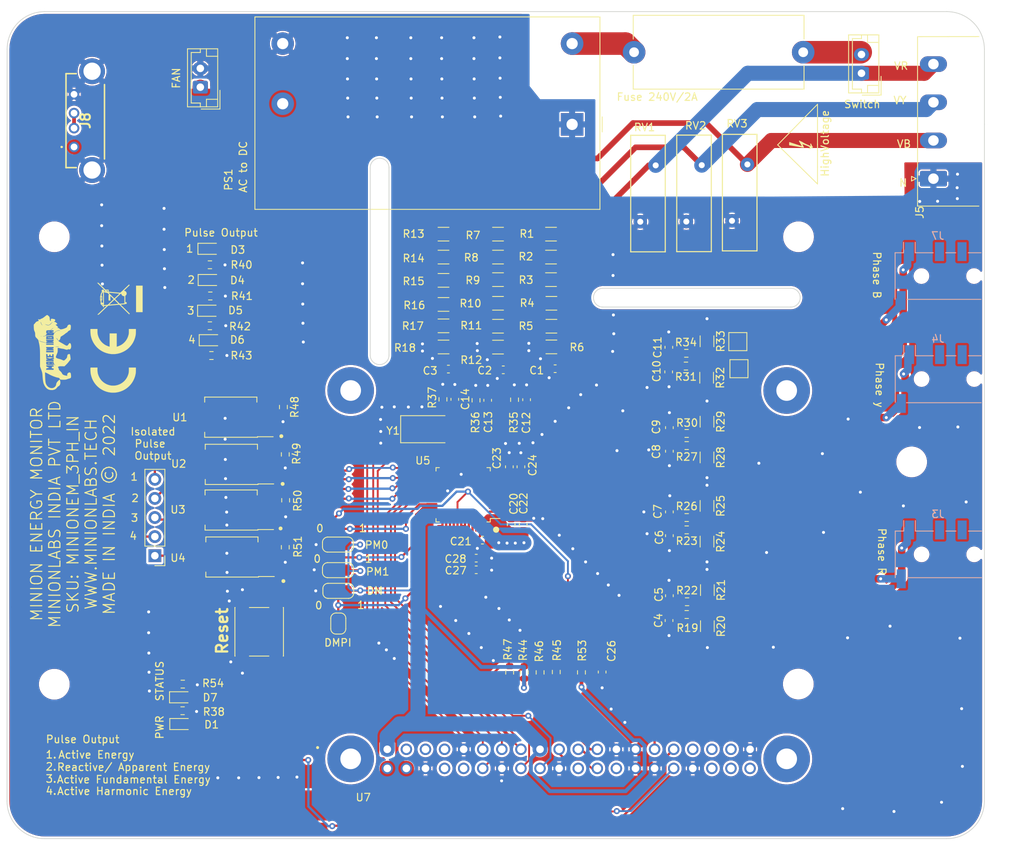
<source format=kicad_pcb>
(kicad_pcb (version 20211014) (generator pcbnew)
  (layers (0 "F.Cu" signal) (31 "B.Cu" signal) (34 "B.Paste" user) (35 "F.Paste" user) (36 "B.SilkS" user "B.Silkscreen") (37 "F.SilkS" user "F.Silkscreen") (38 "B.Mask" user) (39 "F.Mask" user) (44 "Edge.Cuts" user))
  (net 0 "")
  (net 1 "V1P")
  (net 2 "VN")
  (net 3 "V2P")
  (net 4 "V3P")
  (net 5 "I1P")
  (net 6 "I1N")
  (net 7 "I2P")
  (net 8 "I2N")
  (net 9 "I3P")
  (net 10 "I3N")
  (net 11 "I4P")
  (net 12 "I4N")
  (net 13 "Net-(C12-Pad1)")
  (net 14 "Net-(C13-Pad1)")
  (net 15 "Net-(C14-Pad1)")
  (net 16 "+3V3")
  (net 17 "Net-(C23-Pad1)")
  (net 18 "RST")
  (net 19 "Net-(C27-Pad1)")
  (net 20 "Net-(D1-Pad1)")
  (net 21 "+5V")
  (net 22 "Net-(D3-Pad1)")
  (net 23 "CF1")
  (net 24 "Net-(D4-Pad1)")
  (net 25 "CF2")
  (net 26 "Net-(D5-Pad1)")
  (net 27 "CF3")
  (net 28 "Net-(D6-Pad1)")
  (net 29 "CF4")
  (net 30 "Net-(D7-Pad1)")
  (net 31 "STA")
  (net 32 "Net-(J1-Pad1)")
  (net 33 "Net-(J1-Pad2)")
  (net 34 "Net-(J1-Pad3)")
  (net 35 "Net-(J1-Pad4)")
  (net 36 "Net-(J1-Pad5)")
  (net 37 "VR")
  (net 38 "VRS")
  (net 39 "IRP")
  (net 40 "IRN")
  (net 41 "IYP")
  (net 42 "IYN")
  (net 43 "IBP")
  (net 44 "IBN")
  (net 45 "INP")
  (net 46 "INN")
  (net 47 "VY")
  (net 48 "VB")
  (net 49 "PM0")
  (net 50 "PM1")
  (net 51 "DM")
  (net 52 "SDI")
  (net 53 "SDO")
  (net 54 "SCK")
  (net 55 "~CS")
  (net 56 "Net-(R1-Pad2)")
  (net 57 "Net-(R2-Pad2)")
  (net 58 "Net-(R3-Pad2)")
  (net 59 "Net-(R4-Pad2)")
  (net 60 "Net-(R7-Pad2)")
  (net 61 "Net-(R8-Pad2)")
  (net 62 "Net-(R10-Pad1)")
  (net 63 "Net-(R10-Pad2)")
  (net 64 "Net-(R13-Pad2)")
  (net 65 "Net-(R14-Pad2)")
  (net 66 "Net-(R15-Pad2)")
  (net 67 "Net-(R16-Pad2)")
  (net 68 "Net-(R48-Pad1)")
  (net 69 "Net-(R49-Pad1)")
  (net 70 "Net-(R50-Pad1)")
  (net 71 "Net-(R51-Pad1)")
  (net 72 "Net-(U5-Pad20)")
  (net 73 "Net-(U5-Pad21)")
  (net 74 "ZX0")
  (net 75 "ZX1")
  (net 76 "ZX2")
  (net 77 "WARNOUT")
  (net 78 "IRQ0")
  (net 79 "IRQ1")
  (net 94 "Net-(F1-Pad2)")
  (net 96 "Net-(J8-Pad2)")
  (net 97 "DMAPI")
  (footprint "Jumper:SolderJumper-2_P1.3mm_Open_RoundedPad1.0x1.5mm" (layer "F.Cu") (at 84.05 101.9 -90)
    (fp_text reference "JP4")
    (fp_text value "DMPI")
  )
  (footprint "Resistor_SMD:R_1206_3216Metric" (layer "F.Cu") (at 133.1 86.25 -90)
    (fp_text reference "R25")
    (fp_text value "2.4")
  )
  (footprint "Resistor_SMD:R_0603_1608Metric" (layer "F.Cu") (at 77 91.75 -90)
    (fp_text reference "R51")
    (fp_text value "510")
  )
  (footprint "TestPoint:TestPoint_Pad_2.0x2.0mm" (layer "F.Cu") (at 137.2 64.4)
    (fp_text reference "REF**")
    (fp_text value "TestPoint_Pad_2.0x2.0mm")
  )
  (footprint "Resistor_SMD:R_1206_3216Metric" (layer "F.Cu") (at 112.4 65.1)
    (fp_text reference "R6")
    (fp_text value "1k")
  )
  (footprint "Resistor_SMD:R_0603_1608Metric" (layer "F.Cu") (at 66.975 54.175)
    (fp_text reference "R40")
    (fp_text value "510")
  )
  (footprint "Resistor_SMD:R_0603_1608Metric" (layer "F.Cu") (at 63.365 109.96)
    (fp_text reference "R54")
    (fp_text value "1k")
  )
  (footprint "TestPoint:TestPoint_Pad_2.0x2.0mm" (layer "F.Cu") (at 137.35 68)
    (fp_text reference "REF**")
    (fp_text value "TestPoint_Pad_2.0x2.0mm")
  )
  (footprint "Capacitor_SMD:C_0603_1608Metric" (layer "F.Cu") (at 102.4 94.75)
    (fp_text reference "C27")
    (fp_text value "10uF")
  )
  (footprint "Resistor_SMD:R_0603_1608Metric" (layer "F.Cu") (at 107.5 72.125 90)
    (fp_text reference "R35")
    (fp_text value "1k")
  )
  (footprint "raspberrypi_kicad:MODULE_RASPBERRY_PI_3_MODEL_B+" (layer "F.Cu") (at 125.7 94.4 -90)
    (fp_text reference "U7")
    (fp_text value "RASPBERRY_PI_3_MODEL_B+")
  )
  (footprint "Resistor_SMD:R_1206_3216Metric" (layer "F.Cu") (at 98.05 59.45 180)
    (fp_text reference "R16")
    (fp_text value "330k")
  )
  (footprint "Capacitor_SMD:C_0603_1608Metric" (layer "F.Cu") (at 128.1 98.2 -90)
    (fp_text reference "C5")
    (fp_text value "18nF")
  )
  (footprint "Capacitor_SMD:C_0603_1608Metric" (layer "F.Cu") (at 107.05 88.75 90)
    (fp_text reference "C20")
    (fp_text value "10uF")
  )
  (footprint "Resistor_SMD:R_0603_1608Metric" (layer "F.Cu") (at 110.9 108.4 -90)
    (fp_text reference "R46")
    (fp_text value "10k")
  )
  (footprint "Resistor_SMD:R_0603_1608Metric" (layer "F.Cu") (at 106.85 108.4 -90)
    (fp_text reference "R47")
    (fp_text value "10k")
  )
  (footprint "Resistor_SMD:R_1206_3216Metric" (layer "F.Cu") (at 112.35 56.15)
    (fp_text reference "R3")
    (fp_text value "330k")
  )
  (footprint "Package_QFP:LQFP-48_7x7mm_P0.5mm" (layer "F.Cu") (at 100.66 84.77 180)
    (fp_text reference "U5")
    (fp_text value "ATM90E36")
  )
  (footprint "Package_SO:SSO-4_6.7x5.1mm_P2.54mm_Clearance8mm" (layer "F.Cu") (at 69.75 74.45 180)
    (fp_text reference "U1")
    (fp_text value "SFH617A-1X007T")
  )
  (footprint "LED_SMD:LED_0603_1608Metric_Pad1.05x0.95mm_HandSolder" (layer "F.Cu") (at 67.215 64.21)
    (fp_text reference "D6")
    (fp_text value "LED")
  )
  (footprint "Jumper:SolderJumper-3_P1.3mm_Open_RoundedPad1.0x1.5mm_NumberLabels" (layer "F.Cu") (at 84 94.8 180)
    (fp_text reference "JP2")
    (fp_text value "PM1")
  )
  (footprint "Resistor_SMD:R_0603_1608Metric" (layer "F.Cu") (at 116.4 108.4 90)
    (fp_text reference "R53")
    (fp_text value "10k")
  )
  (footprint "Capacitor_SMD:C_0603_1608Metric" (layer "F.Cu") (at 106 68.15 180)
    (fp_text reference "C2")
    (fp_text value "18nF")
  )
  (footprint "Resistor_SMD:R_0603_1608Metric" (layer "F.Cu") (at 77.05 85.5 -90)
    (fp_text reference "R50")
    (fp_text value "510")
  )
  (footprint "Resistor_SMD:R_0603_1608Metric" (layer "F.Cu") (at 130.4 76.6125 180)
    (fp_text reference "R30")
    (fp_text value "1k")
  )
  (footprint "Capacitor_SMD:C_0603_1608Metric" (layer "F.Cu") (at 128 68.425 -90)
    (fp_text reference "C10")
    (fp_text value "18nF")
  )
  (footprint "MountingHole:MountingHole_3.5mm" (layer "F.Cu") (at 145.25 109.95)
    (fp_text reference "H4")
    (fp_text value "MountingHole")
  )
  (footprint "Resistor_SMD:R_1206_3216Metric" (layer "F.Cu") (at 112.4 59.3 180)
    (fp_text reference "R4")
    (fp_text value "330k")
  )
  (footprint "LED_SMD:LED_0603_1608Metric_Pad1.05x0.95mm_HandSolder" (layer "F.Cu") (at 63.265 111.71)
    (fp_text reference "D7")
    (fp_text value "Status led")
  )
  (footprint "Resistor_SMD:R_0603_1608Metric" (layer "F.Cu") (at 63.34 113.5)
    (fp_text reference "R38")
    (fp_text value "1k")
  )
  (footprint "Resistor_SMD:R_0603_1608Metric" (layer "F.Cu") (at 130.3 67.65 180)
    (fp_text reference "R31")
    (fp_text value "1k")
  )
  (footprint "Varistor:RV_Disc_D15.5mm_W4.6mm_P7.5mm" (layer "F.Cu") (at 126.275 40.95 -90)
    (fp_text reference "RV1")
    (fp_text value "270Vac")
  )
  (footprint "Capacitor_SMD:C_0603_1608Metric" (layer "F.Cu") (at 128.05 101.5 -90)
    (fp_text reference "C4")
    (fp_text value "18nF")
  )
  (footprint "Symbol:CE-Logo_8.5x6mm_SilkScreen" (layer "F.Cu") (at 54.1 66.95 90)
    (fp_text reference "REF**" hide)
    (fp_text value "CE-Logo_8.5x6mm_SilkScreen" hide)
  )
  (footprint "Resistor_SMD:R_1206_3216Metric" (layer "F.Cu") (at 112.35 50.1)
    (fp_text reference "R1")
    (fp_text value "330k")
  )
  (footprint "Resistor_SMD:R_1206_3216Metric" (layer "F.Cu") (at 112.35 53.15 180)
    (fp_text reference "R2")
    (fp_text value "330k")
  )
  (footprint "Package_SO:SSO-4_6.7x5.1mm_P2.54mm_Clearance8mm" (layer "F.Cu") (at 69.9 93.05 180)
    (fp_text reference "U4")
    (fp_text value "SFH617A-1X007T")
  )
  (footprint "Resistor_SMD:R_1206_3216Metric" (layer "F.Cu") (at 112.4 62.35)
    (fp_text reference "R5")
    (fp_text value "330k")
  )
  (footprint "MountingHole:MountingHole_3.5mm" (layer "F.Cu") (at 46.275 50.45)
    (fp_text reference "H2")
    (fp_text value "MountingHole")
  )
  (footprint "Capacitor_SMD:C_0603_1608Metric" (layer "F.Cu") (at 119.15 108.35 -90)
    (fp_text reference "C26")
    (fp_text value "0.1uF")
  )
  (footprint "Capacitor_SMD:C_0603_1608Metric" (layer "F.Cu") (at 98.7 68.05 180)
    (fp_text reference "C3")
    (fp_text value "18nF")
  )
  (footprint "Resistor_SMD:R_0603_1608Metric" (layer "F.Cu") (at 66.971431 62.29)
    (fp_text reference "R42")
    (fp_text value "510")
  )
  (footprint "Resistor_SMD:R_1206_3216Metric" (layer "F.Cu") (at 133.1 75.05 -90)
    (fp_text reference "R29")
    (fp_text value "2.4")
  )
  (footprint "KiCAD:MakeinIndia" (layer "F.Cu") (at 46 65.85 90)
    (fp_text reference "G***")
    (fp_text value "LOGO" hide)
  )
  (footprint "MountingHole:MountingHole_3.5mm" (layer "F.Cu") (at 145.275 50.45)
    (fp_text reference "H1")
    (fp_text value "MountingHole")
  )
  (footprint "Resistor_SMD:R_1206_3216Metric" (layer "F.Cu") (at 133.15 102.25 -90)
    (fp_text reference "R20")
    (fp_text value "2.4")
  )
  (footprint "Resistor_SMD:R_0603_1608Metric" (layer "F.Cu") (at 113.05 108.35 -90)
    (fp_text reference "R45")
    (fp_text value "10k")
  )
  (footprint "Resistor_SMD:R_0603_1608Metric" (layer "F.Cu") (at 76.75 73.1 -90)
    (fp_text reference "R48")
    (fp_text value "510")
  )
  (footprint "Resistor_SMD:R_1206_3216Metric" (layer "F.Cu") (at 98.055 65.11)
    (fp_text reference "R18")
    (fp_text value "1k")
  )
  (footprint "Capacitor_SMD:C_0603_1608Metric" (layer "F.Cu") (at 112.9 68 180)
    (fp_text reference "C1")
    (fp_text value "18nF")
  )
  (footprint "Resistor_SMD:R_1206_3216Metric" (layer "F.Cu") (at 98.05 56.25)
    (fp_text reference "R15")
    (fp_text value "330k")
  )
  (footprint "Capacitor_SMD:C_0603_1608Metric" (layer "F.Cu") (at 128.1 78.9775 -90)
    (fp_text reference "C8")
    (fp_text value "18nF")
  )
  (footprint "Converter_ACDC:Converter_ACDC_MeanWell_IRM-10-xx_THT" (layer "F.Cu") (at 115.1575 35.5 180)
    (fp_text reference "PS1")
    (fp_text value "IRM-10-5")
  )
  (footprint "Varistor:RV_Disc_D15.5mm_W4.6mm_P7.5mm" (layer "F.Cu") (at 132.4 40.925 -90)
    (fp_text reference "RV2")
    (fp_text value "270Vac")
  )
  (footprint "Resistor_SMD:R_0603_1608Metric" (layer "F.Cu") (at 130.45 99 180)
    (fp_text reference "R22")
    (fp_text value "1k")
  )
  (footprint "Varistor:RV_Disc_D15.5mm_W4.6mm_P7.5mm" (layer "F.Cu") (at 138.475 40.825 -90)
    (fp_text reference "RV3")
    (fp_text value "270Vac")
  )
  (footprint "Capacitor_SMD:C_0603_1608Metric" (layer "F.Cu") (at 128.025 65.15 -90)
    (fp_text reference "C11")
    (fp_text value "18nF")
  )
  (footprint "Resistor_SMD:R_1206_3216Metric" (layer "F.Cu") (at 105.3 53.15 180)
    (fp_text reference "R8")
    (fp_text value "330k")
  )
  (footprint "Resistor_SMD:R_1206_3216Metric" (layer "F.Cu") (at 133.1 64.35 -90)
    (fp_text reference "R33")
    (fp_text value "2.4")
  )
  (footprint "Resistor_SMD:R_0603_1608Metric" (layer "F.Cu") (at 67.025 58.325)
    (fp_text reference "R41")
    (fp_text value "510")
  )
  (footprint "Capacitor_SMD:C_0603_1608Metric" (layer "F.Cu") (at 128.1 87.05 -90)
    (fp_text reference "C7")
    (fp_text value "18nF")
  )
  (footprint "Resistor_SMD:R_1206_3216Metric" (layer "F.Cu") (at 133.05 69.2 -90)
    (fp_text reference "R32")
    (fp_text value "2.4")
  )
  (footprint "Capacitor_SMD:C_0603_1608Metric" (layer "F.Cu") (at 128.1 75.84 -90)
    (fp_text reference "C9")
    (fp_text value "18nF")
  )
  (footprint "Resistor_SMD:R_1206_3216Metric" (layer "F.Cu") (at 105.3 65.125)
    (fp_text reference "R12")
    (fp_text value "1k")
  )
  (footprint "Resistor_SMD:R_1206_3216Metric" (layer "F.Cu") (at 133.15 97.45 -90)
    (fp_text reference "R21")
    (fp_text value "2.4")
  )
  (footprint "Capacitor_SMD:C_0603_1608Metric" (layer "F.Cu") (at 103.925 72.2 90)
    (fp_text reference "C13")
    (fp_text value "18nF")
  )
  (footprint "Connector_JST:JST_EH_B2B-EH-A_1x02_P2.50mm_Vertical" (layer "F.Cu") (at 153.65 28.7 90)
    (fp_text reference "J2")
    (fp_text value "Switch")
  )
  (footprint "Capacitor_SMD:C_0603_1608Metric" (layer "F.Cu") (at 106.81 81.05 90)
    (fp_text reference "C23")
    (fp_text value "10uF")
  )
  (footprint "Capacitor_SMD:C_0603_1608Metric" (layer "F.Cu") (at 108.35 81.05 90)
    (fp_text reference "C24")
    (fp_text value "0.1uF")
  )
  (footprint "Button_Switch_SMD:SW_Push_1P1T_NO_6x6mm_H9.5mm" (layer "F.Cu") (at 73.525 103 -90)
    (fp_text reference "SW1")
    (fp_text value "Pi_Reset")
  )
  (footprint "LED_SMD:LED_0603_1608Metric_Pad1.05x0.95mm_HandSolder" (layer "F.Cu") (at 67.075 56.2)
    (fp_text reference "D4")
    (fp_text value "LED")
  )
  (footprint "Jumper:SolderJumper-3_P1.3mm_Open_RoundedPad1.0x1.5mm_NumberLabels" (layer "F.Cu") (at 84 91.4 180)
    (fp_text reference "JP1")
    (fp_text value "PM0")
  )
  (footprint "Package_SO:SSO-4_6.7x5.1mm_P2.54mm_Clearance8mm" (layer "F.Cu") (at 69.8 86.8 180)
    (fp_text reference "U3")
    (fp_text value "SFH617A-1X007T")
  )
  (footprint "Resistor_SMD:R_1206_3216Metric" (layer "F.Cu") (at 98.05 53.15 180)
    (fp_text reference "R14")
    (fp_text value "330k")
  )
  (footprint "Connector_Phoenix_MSTB:PhoenixContact_MSTBA_2,5_4-G-5,08_1x04_P5.08mm_Horizontal" (layer "F.Cu") (at 163.2225 42.72 90)
    (fp_text reference "J5")
    (fp_text value "Voltage Input")
  )
  (footprint "Resistor_SMD:R_1206_3216Metric" (layer "F.Cu") (at 105.3 56.15)
    (fp_text reference "R9")
    (fp_text value "330k")
  )
  (footprint "Resistor_SMD:R_1206_3216Metric" (layer "F.Cu") (at 105.3 50.1)
    (fp_text reference "R7")
    (fp_text value "330k")
  )
  (footprint "Capacitor_SMD:C_0603_1608Metric" (layer "F.Cu") (at 128.1 90.2125 -90)
    (fp_text reference "C6")
    (fp_text value "18nF")
  )
  (footprint "Capacitor_SMD:C_0603_1608Metric" (layer "F.Cu") (at 102.4 93.2)
    (fp_text reference "C28")
    (fp_text value "0.1uF")
  )
  (footprint "Resistor_SMD:R_0603_1608Metric" (layer "F.Cu") (at 67.175 66.25)
    (fp_text reference "R43")
    (fp_text value "510")
  )
  (footprint "Capacitor_SMD:C_0603_1608Metric" (layer "F.Cu") (at 108.65 88.75 90)
    (fp_text reference "C22")
    (fp_text value "1uF")
  )
  (footprint "Connector_PinHeader_2.54mm:PinHeader_1x05_P2.54mm_Vertical" (layer "F.Cu") (at 59.65 92.875 180)
    (fp_text reference "J1")
    (fp_text value "Isolated pusle output")
  )
  (footprint "Resistor_SMD:R_1206_3216Metric" (layer "F.Cu") (at 133.1 91 -90)
    (fp_text reference "R24")
    (fp_text value "2.4")
  )
  (footprint "Resistor_SMD:R_0603_1608Metric" (layer "F.Cu") (at 130.4 89.4375 180)
    (fp_text reference "R23")
    (fp_text value "1k")
  )
  (footprint "KiCAD:High voltge Symbol" (layer "F.Cu") (at 145.5 38.225 90)
    (fp_text reference "REF**")
    (fp_text value "High voltge Symbol")
  )
  (footprint "Fuse:Fuseholder_Cylinder-5x20mm_Schurter_0031_8201_Horizontal_Open" (layer "F.Cu") (at 145.9 25.9 180)
    (fp_text reference "F1")
    (fp_text value "Fuse")
  )
  (footprint "MountingHole:MountingHole_3.5mm" (layer "F.Cu") (at 46.275 109.975)
    (fp_text reference "H3")
    (fp_text value "MountingHole")
  )
  (footprint "Resistor_SMD:R_0603_1608Metric" (layer "F.Cu") (at 130.4 87.8025 180)
    (fp_text reference "R26")
    (fp_text value "1k")
  )
  (footprint "Resistor_SMD:R_1206_3216Metric" (layer "F.Cu") (at 105.3 59.3 180)
    (fp_text reference "R10")
    (fp_text value "330k")
  )
  (footprint "Resistor_SMD:R_0603_1608Metric" (layer "F.Cu") (at 130.4 78.2275 180)
    (fp_text reference "R27")
    (fp_text value "1k")
  )
  (footprint "Capacitor_SMD:C_0603_1608Metric" (layer "F.Cu") (at 103.225 90.8 180)
    (fp_text reference "C21")
    (fp_text value "0.1uF")
  )
  (footprint "Resistor_SMD:R_0603_1608Metric" (layer "F.Cu") (at 130.4 100.7 180)
    (fp_text reference "R19")
    (fp_text value "1k")
  )
  (footprint "MountingHole:MountingHole_3.5mm" (layer "F.Cu") (at 160.325 80.4)
    (fp_text reference "H5")
    (fp_text value "MountingHole")
  )
  (footprint "Resistor_SMD:R_1206_3216Metric" (layer "F.Cu") (at 98.05 62.3)
    (fp_text reference "R17")
    (fp_text value "330k")
  )
  (footprint "Resistor_SMD:R_1206_3216Metric" (layer "F.Cu") (at 105.3 62.35)
    (fp_text reference "R11")
    (fp_text value "330k")
  )
  (footprint "Resistor_SMD:R_0603_1608Metric" (layer "F.Cu") (at 97.975 72.075 90)
    (fp_text reference "R37")
    (fp_text value "1k")
  )
  (footprint "Resistor_SMD:R_0603_1608Metric" (layer "F.Cu") (at 108.8 108.4 -90)
    (fp_text reference "R44")
    (fp_text value "10k")
  )
  (footprint "Resistor_SMD:R_1206_3216Metric" (layer "F.Cu") (at 98.05 50.1)
    (fp_text reference "R13")
    (fp_text value "330k")
  )
  (footprint "Resistor_SMD:R_0603_1608Metric" (layer "F.Cu") (at 130.35 65.95 180)
    (fp_text reference "R34")
    (fp_text value "1k")
  )
  (footprint "Resistor_SMD:R_0603_1608Metric" (layer "F.Cu") (at 102.375 72.2 90)
    (fp_text reference "R36")
    (fp_text value "1k")
  )
  (footprint "Resistor_SMD:R_0603_1608Metric" (layer "F.Cu") (at 77 79.4 -90)
    (fp_text reference "R49")
    (fp_text value "510")
  )
  (footprint "LED_SMD:LED_0603_1608Metric_Pad1.05x0.95mm_HandSolder" (layer "F.Cu") (at 67.0375 52.05)
    (fp_text reference "D3")
    (fp_text value "LED")
  )
  (footprint "KiCAD:USB1040GFLB" (layer "F.Cu") (at 48.9 38.5 90)
    (fp_text reference "J8")
    (fp_text value "USB1040-GF-L-B" hide)
  )
  (footprint "Crystal:Crystal_SMD_Abracon_ABM3-2Pin_5.0x3.2mm" (layer "F.Cu") (at 95.55 76.05)
    (fp_text reference "Y1")
    (fp_text value "Crystal")
  )
  (footprint "Capacitor_SMD:C_0603_1608Metric" (layer "F.Cu") (at 109.1 72.125 90)
    (fp_text reference "C12")
    (fp_text value "18nF")
  )
  (footprint "Jumper:SolderJumper-3_P1.3mm_Open_RoundedPad1.0x1.5mm_NumberLabels" (layer "F.Cu") (at 84.05 97.55 180)
    (fp_text reference "JP3")
    (fp_text value "DM")
  )
  (footprint "Symbol:WEEE-Logo_4.2x6mm_SilkScreen" (layer "F.Cu") (at 55 58.7 90)
    (fp_text reference "REF**" hide)
    (fp_text value "WEEE-Logo_4.2x6mm_SilkScreen" hide)
  )
  (footprint "LED_SMD:LED_0603_1608Metric_Pad1.05x0.95mm_HandSolder" (layer "F.Cu") (at 66.996431 60.29)
    (fp_text reference "D5")
    (fp_text value "LED")
  )
  (footprint "Connector_JST:JST_EH_B2B-EH-A_1x02_P2.50mm_Vertical" (layer "F.Cu") (at 65.7 30.55 90)
    (fp_text reference "J6")
    (fp_text value "FAN")
  )
  (footprint "LED_SMD:LED_0603_1608Metric_Pad1.05x0.95mm_HandSolder" (layer "F.Cu") (at 63.295 115.27)
    (fp_text reference "D1")
    (fp_text value "power")
  )
  (footprint "Package_SO:SSO-4_6.7x5.1mm_P2.54mm_Clearance8mm" (layer "F.Cu") (at 69.825 80.725 180)
    (fp_text reference "U2")
    (fp_text value "SFH617A-1X007T")
  )
  (footprint "Resistor_SMD:R_1206_3216Metric" (layer "F.Cu") (at 133.1 79.8 -90)
    (fp_text reference "R28")
    (fp_text value "2.4")
  )
  (footprint "Capacitor_SMD:C_0603_1608Metric" (layer "F.Cu") (at 99.55 72.075 90)
    (fp_text reference "C14")
    (fp_text value "18nF")
  )
  (footprint "Connector_Audio:Jack_3.5mm_PJ320D_Horizontal" (layer "B.Cu") (at 163.85 55.675 180)
    (fp_text reference "J7")
    (fp_text value "AudioJack2_Ground")
  )
  (footprint "Connector_Audio:Jack_3.5mm_PJ320D_Horizontal" (layer "B.Cu") (at 163.87 69.375 180)
    (fp_text reference "J4")
    (fp_text value "AudioJack2_Ground")
  )
  (footprint "Connector_Audio:Jack_3.5mm_PJ320D_Horizontal" (layer "B.Cu") (at 163.87 92.7 180)
    (fp_text reference "J3")
    (fp_text value "AudioJack2_Ground")
  )
  (gr_circle (center 76.475 76.975) (end 76.657003 76.975) (layer "F.SilkS") (width 0.15) (fill solid))
  (gr_circle (center 105.05 89.41459) (end 105.38541 89.41459) (layer "F.SilkS") (width 0.15) (fill solid))
  (gr_circle (center 76.75 96.25) (end 76.932003 96.25) (layer "F.SilkS") (width 0.15) (fill solid))
  (gr_circle (center 76.65 83.325) (end 76.832003 83.325) (layer "F.SilkS") (width 0.15) (fill solid))
  (gr_circle (center 76.375 89.25) (end 76.557003 89.25) (layer "F.SilkS") (width 0.15) (fill solid))
  (gr_arc (start 40 25.5) (mid 41.464466 21.964466) (end 45 20.5) (layer "Edge.Cuts") (width 0.1))
  (gr_line (start 119.25 59.8) (end 144.25 59.8) (layer "Edge.Cuts") (width 0.1))
  (gr_line (start 44.985534 130.514466) (end 165 130.514466) (layer "Edge.Cuts") (width 0.1))
  (gr_line (start 144.25 57.3) (end 119.25 57.3) (layer "Edge.Cuts") (width 0.1))
  (gr_arc (start 44.985534 130.514466) (mid 41.45 129.05) (end 39.985534 125.514466) (layer "Edge.Cuts") (width 0.1))
  (gr_line (start 39.985534 125.514466) (end 40 35.5) (layer "Edge.Cuts") (width 0.1))
  (gr_line (start 170 35.5) (end 170 125.514466) (layer "Edge.Cuts") (width 0.1))
  (gr_line (start 90.8 41.25) (end 90.8 66.2) (layer "Edge.Cuts") (width 0.1))
  (gr_arc (start 88.3 41.25) (mid 89.55 40) (end 90.8 41.25) (layer "Edge.Cuts") (width 0.1))
  (gr_line (start 40 35.5) (end 40 25.5) (layer "Edge.Cuts") (width 0.1))
  (gr_line (start 88.3 66.2) (end 88.3 41.25) (layer "Edge.Cuts") (width 0.1))
  (gr_arc (start 144.25 57.3) (mid 145.5 58.55) (end 144.25 59.8) (layer "Edge.Cuts") (width 0.1))
  (gr_arc (start 170 125.514466) (mid 168.535534 129.05) (end 165 130.514466) (layer "Edge.Cuts") (width 0.1))
  (gr_line (start 45 20.5) (end 165 20.5) (layer "Edge.Cuts") (width 0.1))
  (gr_arc (start 90.8 66.2) (mid 89.55 67.45) (end 88.3 66.2) (layer "Edge.Cuts") (width 0.1))
  (gr_line (start 170 35.5) (end 170 25.5) (layer "Edge.Cuts") (width 0.1))
  (gr_arc (start 165 20.5) (mid 168.535534 21.964466) (end 170 25.5) (layer "Edge.Cuts") (width 0.1))
  (gr_arc (start 119.25 59.8) (mid 118 58.55) (end 119.25 57.3) (layer "Edge.Cuts") (width 0.1))
  (gr_text "2" (at 57.025 85.225) (layer "F.SilkS") (effects (font (size 1 1))))
  (gr_text "Fuse 240V/2A" (at 126.475 31.85) (layer "F.SilkS") (effects (font (size 1 1))))
  (gr_text "1\n" (at 64.282862 52.04) (layer "F.SilkS") (effects (font (size 1 1))))
  (gr_text "Reactive/ Apparent Energy " (at 57.2 121) (layer "F.SilkS") (effects (font (size 1 1))))
  (gr_text "Active Fundamental Energy" (at 56.85 122.65) (layer "F.SilkS") (effects (font (size 1 1))))
  (gr_text "4" (at 56.775 90.25) (layer "F.SilkS") (effects (font (size 1 1))))
  (gr_text "PWR" (at 60.3 115.7 90) (layer "F.SilkS") (effects (font (size 1 1))))
  (gr_text "MINION ENERGY MONITOR\nMINIONLABS INDIA PVT LTD\nSKU: MINIONEM_3PH_IN\nWWW.MINIONLABS.TECH\nMADE IN INDIA © 2022" (at 48.75 87.35 90) (layer "F.SilkS") (effects (font (size 1.5 1.5))))
  (gr_text "Pulse Output" (at 50.05 117.3) (layer "F.SilkS") (effects (font (size 1 1))))
  (gr_text "N" (at 159.2 43.275) (layer "F.SilkS") (effects (font (size 1 1))))
  (gr_text "1\n" (at 56.9 82.375) (layer "F.SilkS") (effects (font (size 1 1))))
  (gr_text "VB" (at 159.3 38.1) (layer "F.SilkS") (effects (font (size 1 1))))
  (gr_text "VY" (at 158.775 32.3) (layer "F.SilkS") (effects (font (size 1 1))))
  (gr_text "3" (at 64.429293 60.28) (layer "F.SilkS") (effects (font (size 1 1))))
  (gr_text "2" (at 64.482862 56.19) (layer "F.SilkS") (effects (font (size 1 1))))
  (gr_text "VR" (at 158.925 27.725) (layer "F.SilkS") (effects (font (size 1 1))))
  (gr_text "STATUS" (at 60.3 109.55 90) (layer "F.SilkS") (effects (font (size 1 1))))
  (gr_text "Reset" (at 68.6 102.9 90) (layer "F.SilkS") (effects (font (size 1.5 1.5) (thickness 0.3))))
  (gr_text "Phase B" (at 155.7 55.55 -90) (layer "F.SilkS") (effects (font (size 1 1))))
  (gr_text "1.\n2.\n3.\n4." (at 45.85 121.75) (layer "F.SilkS") (effects (font (size 1 1))))
  (gr_text "AC to DC" (at 71.4 41.15 90) (layer "F.SilkS") (effects (font (size 1 1))))
  (gr_text "3" (at 56.95 87.85) (layer "F.SilkS") (effects (font (size 1 1))))
  (gr_text "Phase R" (at 156.375 92.325 -90) (layer "F.SilkS") (effects (font (size 1 1))))
  (gr_text "Active Harmonic Energy " (at 56 124.2) (layer "F.SilkS") (effects (font (size 1 1))))
  (gr_text "Phase y" (at 156.05 70.175 -90) (layer "F.SilkS") (effects (font (size 1 1))))
  (gr_text "Pulse Output" (at 68.45 49.9) (layer "F.SilkS") (effects (font (size 1 1))))
  (gr_text "4" (at 64.572862 64.15) (layer "F.SilkS") (effects (font (size 1 1))))
  (gr_text "Active Energy " (at 52.25 119.35) (layer "F.SilkS") (effects (font (size 1 1))))
  (gr_text "Isolated\nPulse \nOutput" (at 59.4 77.975) (layer "F.SilkS") (effects (font (size 1 1))))
  (segment (start 113.8625 65.1) (end 113.8625 67.8125) (width 0.75) (layer "F.Cu") (net 1))
  (segment (start 110.25 74.25) (end 113.65 70.85) (width 0.3) (layer "F.Cu") (net 1))
  (segment (start 103.41 80.6075) (end 103.41 79.39) (width 0.3) (layer "F.Cu") (net 1))
  (segment (start 113.65 68.025) (end 113.675 68) (width 0.3) (layer "F.Cu") (net 1))
  (segment (start 108.55 74.25) (end 110.25 74.25) (width 0.3) (layer "F.Cu") (net 1))
  (segment (start 113.8625 67.8125) (end 113.675 68) (width 0.75) (layer "F.Cu") (net 1))
  (segment (start 113.8625 62.35) (end 113.8625 65.1) (width 0.75) (layer "F.Cu") (net 1))
  (segment (start 113.65 70.85) (end 113.65 68.025) (width 0.3) (layer "F.Cu") (net 1))
  (segment (start 103.41 79.39) (end 108.55 74.25) (width 0.3) (layer "F.Cu") (net 1))
  (segment (start 109.05 71.3) (end 109.1 71.35) (width 0.75) (layer "F.Cu") (net 2))
  (segment (start 96.1825 64.7) (end 96.5925 65.11) (width 1) (layer "F.Cu") (net 2))
  (segment (start 96.575 66.7) (end 97.925 68.05) (width 1) (layer "F.Cu") (net 2))
  (segment (start 106.81 80.275) (end 106.81 79.69) (width 0.75) (layer "F.Cu") (net 2))
  (segment (start 128.05 103.5) (end 128.05 102.275) (width 0.75) (layer "F.Cu") (net 2))
  (segment (start 128.1 75.065) (end 128.1 73.85) (width 0.75) (layer "F.Cu") (net 2))
  (segment (start 96.0525 65.65) (end 96.5925 65.11) (width 1) (layer "F.Cu") (net 2))
  (segment (start 100.41 80.6075) (end 100.41 82.04) (width 0.3) (layer "F.Cu") (net 2))
  (segment (start 106.81 80.275) (end 105.16452 81.92048) (width 0.5) (layer "F.Cu") (net 2))
  (segment (start 69.222862 66.25) (end 69.232862 66.24) (width 0.75) (layer "F.Cu") (net 2))
  (segment (start 103.175 93.2) (end 104.45 93.2) (width 0.75) (layer "F.Cu") (net 2))
  (segment (start 96.5925 66.6125) (end 96.575 66.63) (width 1) (layer "F.Cu") (net 2))
  (segment (start 103.3625 65.6) (end 103.8375 65.125) (width 1) (layer "F.Cu") (net 2))
  (segment (start 102.525 64.65) (end 102.525 65.575) (width 1) (layer "F.Cu") (net 2))
  (segment (start 128.05 90.8) (end 128.05 92.15) (width 0.75) (layer "F.Cu") (net 2))
  (segment (start 104.4 94.75) (end 104.45 94.8) (width 0.75) (layer "F.Cu") (net 2))
  (segment (start 109.1 70.15) (end 109.1 71.35) (width 0.75) (layer "F.Cu") (net 2))
  (segment (start 108.65 87.975) (end 111.225 87.975) (width 0.75) (layer "F.Cu") (net 2))
  (segment (start 110.4625 64.625) (end 110.9375 65.1) (width 1) (layer "F.Cu") (net 2))
  (segment (start 77.05 86.325) (end 77.05 87.7) (width 0.75) (layer "F.Cu") (net 2))
  (segment (start 105.16452 81.92048) (end 104.8225 81.92048) (width 0.5) (layer "F.Cu") (net 2))
  (segment (start 128.1 80.9) (end 128.1 79.7525) (width 0.75) (layer "F.Cu") (net 2))
  (segment (start 133.1 73.5875) (end 133.1 72.3) (width 0.75) (layer "F.Cu") (net 2))
  (segment (start 103.8375 65.125) (end 103.8375 66.7625) (width 1) (layer "F.Cu") (net 2))
  (segment (start 68.967862 54.175) (end 68.982862 54.19) (width 0.75) (layer "F.Cu") (net 2))
  (segment (start 110.95 66.675) (end 110.95 66.825) (width 1) (layer "F.Cu") (net 2))
  (segment (start 102.91 90.265) (end 102.525 90.65) (width 0.3) (layer "F.Cu") (net 2))
  (segment (start 103.925 71.425) (end 102.425 71.425) (width 0.75) (layer "F.Cu") (net 2))
  (segment (start 133.05 72.25) (end 133.1 72.3) (width 0.75) (layer "F.Cu") (net 2))
  (segment (start 100.35 82.5) (end 100.35 82.1) (width 0.5) (layer "F.Cu") (net 2))
  (segment (start 133.1 81.2625) (end 133.1 84.7875) (width 0.75) (layer "F.Cu") (net 2))
  (segment (start 65.1 113.5) (end 65.2 113.6) (width 0.5) (layer "F.Cu") (net 2))
  (segment (start 99.55 70.105) (end 99.555 70.1) (width 0.75) (layer "F.Cu") (net 2))
  (segment (start 96.575 66.63) (end 96.575 66.7) (width 1) (layer "F.Cu") (net 2))
  (segment (start 108.35 79.9) (end 108.35 79.19) (width 0.75) (layer "F.Cu") (net 2))
  (segment (start 106.81 79.69) (end 108.14 79.69) (width 0.75) (layer "F.Cu") (net 2))
  (segment (start 108.35 80.275) (end 108.35 79.9) (width 0.75) (layer "F.Cu") (net 2))
  (segment (start 101.41 89.770361) (end 102.289639 90.65) (width 0.3) (layer "F.Cu") (net 2))
  (segment (start 98.6 84.25) (end 97.33 85.52) (width 0.25) (layer "F.Cu") (net 2))
  (segment (start 71.275 108.475) (end 71.3 108.5) (width 1) (layer "F.Cu") (net 2))
  (segment (start 107.5 71.3) (end 107.5 70.175) (width 0.75) (layer "F.Cu") (net 2))
  (segment (start 102.375 71.375) (end 102.375 70.26) (width 0.75) (layer "F.Cu") (net 2))
  (segment (start 106.81 80.275) (end 108.35 80.275) (width 0.75) (layer "F.Cu") (net 2))
  (segment (start 67.85 58.325) (end 69.017862 58.325) (width 0.75) (layer "F.Cu") (net 2))
  (segment (start 133.05 70.6625) (end 133.05 72.25) (width 0.75) (layer "F.Cu") (net 2))
  (segment (start 71.275 99.025) (end 71.275 97.425) (width 1) (layer "F.Cu") (net 2))
  (segment (start 128.1 84.95) (end 128.15 84.9) (width 0.75) (layer "F.Cu") (net 2))
  (segment (start 76.75 73.925) (end 76.75 75) (width 0.75) (layer "F.Cu") (net 2))
  (segment (start 77 80.225) (end 77 81.2) (width 0.75) (layer "F.Cu") (net 2))
  (segment (start 95.25 65.65) (end 96.0525 65.65) (width 1) (layer "F.Cu") (net 2))
  (segment (start 109.85 77.95) (end 109.95 77.85) (width 0.5) (layer "F.Cu") (net 2))
  (segment (start 128.025 63.125) (end 128.01 63.11) (width 0.75) (layer "F.Cu") (net 2))
  (segment (start 64.19 109.96) (end 65.21 109.96) (width 0.5) (layer "F.Cu") (net 2))
  (segment (start 71.275 106.975) (end 71.275 108.475) (width 1) (layer "F.Cu") (net 2))
  (segment (start 128.1 86.275) (end 128.1 84.95) (width 0.75) (layer "F.Cu") (net 2))
  (segment (start 68 66.25) (end 69.222862 66.25) (width 0.75) (layer "F.Cu") (net 2))
  (segment (start 110.4375 65.6) (end 110.9375 65.1) (width 1) (layer "F.Cu") (net 2))
  (segment (start 121.4 98.1) (end 121.4 98.15) (width 0.75) (layer "F.Cu") (net 2))
  (segment (start 103.3625 64.65) (end 103.8375 65.125) (width 1) (layer "F.Cu") (net 2))
  (segment (start 102.525 65.575) (end 102.55 65.6) (width 1) (layer "F.Cu") (net 2))
  (segment (start 102.375 70.26) (end 102.335 70.22) (width 0.75) (layer "F.Cu") (net 2))
  (segment (start 65.21 109.96) (end 65.3 110.05) (width 0.5) (layer "F.Cu") (net 2))
  (segment (start 109.4 64.625) (end 109.4 65.6) (width 1) (layer "F.Cu") (net 2))
  (segment (start 133.15 105.1) (end 133.15 103.7125) (width 0.75) (layer "F.Cu") (net 2))
  (segment (start 109.4 65.6) (end 110.4375 65.6) (width 1) (layer "F.Cu") (net 2))
  (segment (start 128.025 64.375) (end 128.025 63.125) (width 0.75) (layer "F.Cu") (net 2))
  (segment (start 101.41 88.9325) (end 101.41 89.770361) (width 0.3) (layer "F.Cu") (net 2))
  (segment (start 104.8225 82.02) (end 100.43 82.02) (width 0.3) (layer "F.Cu") (net 2))
  (segment (start 95.25 64.7) (end 96.1825 64.7) (width 1) (layer "F.Cu") (net 2))
  (segment (start 133.1 61.35) (end 133.1 62.8875) (width 0.75) (layer "F.Cu") (net 2))
  (segment (start 128.1 90.85) (end 128.05 90.8) (width 0.75) (layer "F.Cu") (net 2))
  (segment (start 112.1 69.2) (end 112.1 68.025) (width 0.75) (layer "F.Cu") (net 2))
  (segment (start 104.8225 87.02) (end 105.895 87.02) (width 0.3) (layer "F.Cu") (net 2))
  (segment (start 128.1 90.9875) (end 128.1 90.85) (width 0.75) (layer "F.Cu") (net 2))
  (segment (start 106.3 77.95) (end 109.85 77.95) (width 0.5) (layer "F.Cu") (net 2))
  (segment (start 71.275 106.975) (end 69.775 106.975) (width 1) (layer "F.Cu") (net 2))
  (segment (start 117.625 70.175) (end 109.95 77.85) (width 0.5) (layer "F.Cu") (net 2))
  (segment (start 107.5 71.3) (end 109.05 71.3) (width 0.75) (layer "F.Cu") (net 2))
  (segment (start 71.275 99.025) (end 69.675 99.025) (width 1) (layer "F.Cu") (net 2))
  (segment (start 69.069293 62.29) (end 69.079293 62.28) (width 0.75) (layer "F.Cu") (net 2))
  (segment (start 109.4 64.625) (end 110.4625 64.625) (width 1) (layer "F.Cu") (net 2))
  (segment (start 71.275 97.425) (end 71.3 97.4) (width 1) (layer "F.Cu") (net 2))
  (segment (start 133.15 92.5125) (end 133.1 92.4625) (width 0.75) (layer "F.Cu") (net 2))
  (segment (start 100.35 82.1) (end 100.4 82.05) (width 0.5) (layer "F.Cu") (net 2))
  (segment (start 100.41 82.04) (end 100.4 82.05) (width 0.3) (layer "F.Cu") (net 2))
  (segment (start 97.95 70.075) (end 97.975 70.1) (width 0.75) (layer "F.Cu") (net 2))
  (segment (start 82.75 97.55) (end 81.05 97.55) (width 0.25) (layer "F.Cu") (net 2))
  (segment (start 105.2 69.3) (end 105.2 68.175) (width 0.75) (layer "F.Cu") (net 2))
  (segment (start 105.2 68.175) (end 105.225 68.15) (width 0.75) (layer "F.Cu") (net 2))
  (segment (start 103.925 71.425) (end 103.925 70.23) (width 0.75) (layer "F.Cu") (net 2))
  (segment (start 111.225 87.975) (end 111.25 87.95) (width 0.75) (layer "F.Cu") (net 2))
  (segment (start 108.35 79.19) (end 108.34 79.18) (width 0.75) (layer "F.Cu") (net 2))
  (segment (start 128.1 97.425) (end 128.1 96.2) (width 0.75) (layer "F.Cu") (net 2))
  (segment (start 106.8 79.18) (end 106.79 79.17) (width 0.75) (layer "F.Cu") (net 2))
  (segment (start 102.525 91.875) (end 102.55 91.9) (width 0.75) (layer "F.Cu") (net 2))
  (segment (start 106.85 87.975) (end 108.45 87.975) (width 0.3) (layer "F.Cu") (net 2))
  (segment (start 102.55 65.6) (end 103.3625 65.6) (width 1) (layer "F.Cu") (net 2))
  (segment (start 82.7 94.8) (end 80.9 94.8) (width 0.25) (layer "F.Cu") (net 2))
  (segment (start 128.05 92.15) (end 128.1 92.2) (width 0.75) (layer "F.Cu") (net 2))
  (segment (start 67.796431 62.29) (end 69.069293 62.29) (width 0.75) (layer "F.Cu") (net 2))
  (segment (start 103.925 70.23) (end 103.935 70.22) (width 0.75) (layer "F.Cu") (net 2))
  (segment (start 98.6 84.25) (end 100.35 82.5) (width 0.5) (layer "F.Cu") (net 2))
  (segment (start 108.14 79.69) (end 108.35 79.9) (width 0.75) (layer "F.Cu") (net 2))
  (segment (start 102.525 90.65) (end 102.525 91.875) (width 0.75) (layer "F.Cu") (net 2))
  (segment (start 128.05 70.4) (end 128.05 69.25) (width 0.75) (layer "F.Cu") (net 2))
  (segment (start 97.33 85.52) (end 96.4975 85.52) (width 0.25) (layer "F.Cu") (net 2))
  (segment (start 119.15 109.125) (end 119.15 110.45) (width 0.3) (layer "F.Cu") (net 2))
  (segment (start 108.34 79.18) (end 106.8 79.18) (width 0.75) (layer "F.Cu") (net 2))
  (segment (start 69.675 99.025) (end 69.55 98.9) (width 1) (layer "F.Cu") (net 2))
  (segment (start 110.95 65.1125) (end 110.9375 65.1) (width 1) (layer "F.Cu") (net 2))
  (segment (start 96.5925 65.11) (end 96.5925 66.6125) (width 1) (layer "F.Cu") (net 2))
  (segment (start 102.425 71.425) (end 102.375 71.375) (width 0.75) (layer "F.Cu") (net 2))
  (segment (start 102.525 64.65) (end 103.3625 64.65) (width 1) (layer "F.Cu") (net 2))
  (segment (start 106.81 79.69) (end 106.81 79.19) (width 0.75) (layer "F.Cu") (net 2))
  (segment (start 105.895 87.02) (end 106.85 87.975) (width 0.3) (layer "F.Cu") (net 2))
  (segment (start 102.289639 90.65) (end 102.525 90.65) (width 0.3) (layer "F.Cu") (net 2))
  (segment (start 118.4 70.175) (end 117.625 70.175) (width 0.5) (layer "F.Cu") (net 2))
  (segment (start 103.8375 66.7625) (end 103.875 66.8) (width 1) (layer "F.Cu") (net 2))
  (segment (start 107.05 87.975) (end 108.65 87.975) (width 0.75) (layer "F.Cu") (net 2))
  (segment (start 103.875 66.8) (end 105.225 68.15) (width 1) (layer "F.Cu") (net 2))
  (segment (start 128.1 96.2) (end 128.05 96.15) (width 0.75) (layer "F.Cu") (net 2))
  (segment (start 69.775 106.975) (end 69.75 107) (width 1) (layer "F.Cu") (net 2))
  (segment (start 102.91 88.9325) (end 102.91 90.265) (width 0.3) (layer "F.Cu") (net 2))
  (segment (start 80.9 94.8) (end 80.85 94.75) (width 0.25) (layer "F.Cu") (net 2))
  (segment (start 110.95 66.675) (end 110.95 65.1125) (width 1) (layer "F.Cu") (net 2))
  (segment (start 97.975 70.1) (end 97.975 71.25) (width 0.75) (layer "F.Cu") (net 2))
  (segment (start 67.8 54.175) (end 68.967862 54.175) (width 0.75) (layer "F.Cu") (net 2))
  (segment (start 106.81 79.19) (end 106.79 79.17) (width 0.75) (layer "F.Cu") (net 2))
  (segment (start 82.7 91.4) (end 81.1 91.4) (width 0.25) (layer "F.Cu") (net 2))
  (segment (start 107.5 70.175) (end 107.47 70.145) (width 0.75) (layer "F.Cu") (net 2))
  (segment (start 100.43 82.02) (end 100.4 82.05) (width 0.3) (layer "F.Cu") (net 2))
  (segment (start 110.95 66.825) (end 112.125 68) (width 1) (layer "F.Cu") (net 2))
  (segment (start 69.017862 58.325) (end 69.032862 58.34) (width 0.75) (layer "F.Cu") (net 2))
  (segment (start 112.1 68.025) (end 112.125 68) (width 0.75) (layer "F.Cu") (net 2))
  (segment (start 95.25 64.7) (end 95.25 65.65) (width 1) (layer "F.Cu") (net 2))
  (segment (start 64.165 113.5) (end 65.1 113.5) (width 0.5) (layer "F.Cu") (net 2))
  (segment (start 128.05 69.25) (end 128 69.2) (width 0.75) (layer "F.Cu") (net 2))
  (segment (start 104.8225 82.02) (end 105.065 82.02) (width 0.3) (layer "F.Cu") (net 2))
  (segment (start 76.75 75) (end 76.7 75.05) (width 0.75) (layer "F.Cu") (net 2))
  (segment (start 111.25 87.95) (end 121.4 98.1) (width 0.75) (layer "F.Cu") (net 2))
  (segment (start 77 92.575) (end 77 93.75) (width 0.75) (layer "F.Cu") (net 2))
  (segment (start 97.975 71.25) (end 99.5 71.25) (width 0.75) (layer "F.Cu") (net 2))
  (segment (start 133.15 95.9875) (end 133.15 92.5125) (width 0.75) (layer "F.Cu") (net 2))
  (segment (start 103.175 93.2) (end 103.175 94.75) (width 0.75) (layer "F.Cu") (net 2))
  (segment (start 103.175 94.75) (end 104.4 94.75) (width 0.75) (layer "F.Cu") (net 2))
  (segment (start 99.55 71.3) (end 99.55 70.105) (width 0.75) (layer "F.Cu") (net 2))
  (via (at 77 93.75) (size 0.8) (drill 0.4) (layers "F.Cu" "B.Cu") (net 2))
  (via (at 111.25 87.95) (size 0.8) (drill 0.4) (layers "F.Cu" "B.Cu") (net 2))
  (via (at 109.4 64.625) (size 0.8) (drill 0.4) (layers "F.Cu" "B.Cu") (net 2))
  (via (at 79.3 56.7) (size 0.8) (drill 0.4) (layers "F.Cu" "B.Cu") (net 2))
  (via (at 102.1 26.75) (size 0.8) (drill 0.4) (layers "F.Cu" "B.Cu") (net 2))
  (via (at 52.6 51.675) (size 0.8) (drill 0.4) (layers "F.Cu" "B.Cu") (net 2))
  (via (at 102.525 64.65) (size 0.8) (drill 0.4) (layers "F.Cu" "B.Cu") (net 2))
  (via (at 69.232862 66.24) (size 0.8) (drill 0.4) (layers "F.Cu" "B.Cu") (net 2))
  (via (at 148.6 89.775) (size 0.8) (drill 0.4) (layers "F.Cu" "B.Cu") (net 2))
  (via (at 140 80.575) (size 0.8) (drill 0.4) (layers "F.Cu" "B.Cu") (net 2))
  (via (at 70.8 122.425) (size 0.8) (drill 0.4) (layers "F.Cu" "B.Cu") (net 2))
  (via (at 163.775 45.725) (size 0.8) (drill 0.4) (layers "F.Cu" "B.Cu") (net 2))
  (via (at 133.15 105.1) (size 0.8) (drill 0.4) (layers "F.Cu" "B.Cu") (net 2))
  (via (at 166.975 113.225) (size 0.8) (drill 0.4) (layers "F.Cu" "B.Cu") (net 2))
  (via (at 58.925 110.875) (size 0.8) (drill 0.4) (layers "F.Cu" "B.Cu") (net 2))
  (via (at 108.34 79.18) (size 0.8) (drill 0.4) (layers "F.Cu" "B.Cu") (net 2))
  (via (at 102.2 34.5) (size 0.8) (drill 0.4) (layers "F.Cu" "B.Cu") (net 2))
  (via (at 85.25 23.975) (size 0.8) (drill 0.4) (layers "F.Cu" "B.Cu") (net 2))
  (via (at 124.7 87.05) (size 0.8) (drill 0.4) (layers "F.Cu" "B.Cu") (net 2))
  (via (at 115.25 91.95) (size 0.8) (drill 0.4) (layers "F.Cu" "B.Cu") (net 2))
  (via (at 119.975 96.775) (size 0.8) (drill 0.4) (layers "F.Cu" "B.Cu") (net 2))
  (via (at 69.225 88.8) (size 0.8) (drill 0.4) (layers "F.Cu" "B.Cu") (net 2))
  (via (at 120.7 63.35) (size 0.8) (drill 0.4) (layers "F.Cu" "B.Cu") (net 2))
  (via (at 81.1 91.4) (size 0.8) (drill 0.4) (layers "F.Cu" "B.Cu") (net 2))
  (via (at 120.55 65.7) (size 0.8) (drill 0.4) (layers "F.Cu" "B.Cu") (net 2))
  (via (at 96.575 66.63) (size 0.8) (drill 0.4) (layers "F.Cu" "B.Cu") (net 2))
  (via (at 107.47 70.145) (size 0.8) (drill 0.4) (layers "F.Cu" "B.Cu") (net 2))
  (via (at 109.4 65.6) (size 0.8) (drill 0.4) (layers "F.Cu" "B.Cu") (net 2))
  (via (at 105.425 99.9) (size 0.8) (drill 0.4) (layers "F.Cu" "B.Cu") (net 2))
  (via (at 69.25 95.1) (size 0.8) (drill 0.4) (layers "F.Cu" "B.Cu") (net 2))
  (via (at 133.1 61.35) (size 0.8) (drill 0.4) (layers "F.Cu" "B.Cu") (net 2))
  (via (at 65.2 113.6) (size 0.8) (drill 0.4) (layers "F.Cu" "B.Cu") (net 2))
  (via (at 128.05 96.15) (size 0.8) (drill 0.4) (layers "F.Cu" "B.Cu") (net 2))
  (via (at 89.125 26.75) (size 0.8) (drill 0.4) (layers "F.Cu" "B.Cu") (net 2))
  (via (at 90.45 105.4) (size 0.8) (drill 0.4) (layers "F.Cu" "B.Cu") (net 2))
  (via (at 102.55 91.9) (size 0.8) (drill 0.4) (layers "F.Cu" "B.Cu") (net 2))
  (via (at 141.025 92.45) (size 0.8) (drill 0.4) (layers "F.Cu" "B.Cu") (net 2))
  (via (at 161.4 45.75) (size 0.8) (drill 0.4) (layers "F.Cu" "B.Cu") (net 2))
  (via (at 79.4 64.45) (size 0.8) (drill 0.4) (layers "F.Cu" "B.Cu") (net 2))
  (via (at 97.9 34.5) (size 0.8) (drill 0.4) (layers "F.Cu" "B.Cu") (net 2))
  (via (at 166.75 103.85) (size 0.8) (drill 0.4) (layers "F.Cu" "B.Cu") (net 2))
  (via (at 122.175 115.05) (size 0.8) (drill 0.4) (layers "F.Cu" "B.Cu") (net 2))
  (via (at 58.875 108.375) (size 0.8) (drill 0.4) (layers "F.Cu" "B.Cu") (net 2))
  (via (at 120.35 113.275) (size 0.8) (drill 0.4) (layers "F.Cu" "B.Cu") (net 2))
  (via (at 110.95 66.675) (size 0.8) (drill 0.4) (layers "F.Cu" "B.Cu") (net 2))
  (via (at 166.475 75.75) (size 0.8) (drill 0.4) (layers "F.Cu" "B.Cu") (net 2))
  (via (at 104.45 93.2) (size 0.8) (drill 0.4) (layers "F.Cu" "B.Cu") (net 2))
  (via (at 79.325 59.4) (size 0.8) (drill 0.4) (layers "F.Cu" "B.Cu") (net 2))
  (via (at 69.2 87.075) (size 0.8) (drill 0.4) (layers "F.Cu" "B.Cu") (net 2))
  (via (at 133.1 82.5) (size 0.8) (drill 0.4) (layers "F.Cu" "B.Cu") (net 2))
  (via (at 97.8 26.75) (size 0.8) (drill 0.4) (layers "F.Cu" "B.Cu") (net 2))
  (via (at 105.55 23.875) (size 0.8) (drill 0.4) (layers "F.Cu" "B.Cu") (net 2))
  (via (at 58.825 103.125) (size 0.8) (drill 0.4) (layers "F.Cu" "B.Cu") (net 2))
  (via (at 69.225 92.55) (size 0.8) (drill 0.4) (layers "F.Cu" "B.Cu") (net 2))
  (via (at 52.625 54.225) (size 0.8) (drill 0.4) (layers "F.Cu" "B.Cu") (net 2))
  (via (at 121.125 78.9) (size 0.8) (drill 0.4) (layers "F.Cu" "B.Cu") (net 2))
  (via (at 128.01 63.11) (size 0.8) (drill 0.4) (layers "F.Cu" "B.Cu") (net 2))
  (via (at 133.1 83.5) (size 0.8) (drill 0.4) (layers "F.Cu" "B.Cu") (net 2))
  (via (at 133.1 72.3) (size 0.8) (drill 0.4) (layers "F.Cu" "B.Cu") (net 2))
  (via (at 128.15 84.9) (size 0.8) (drill 0.4) (layers "F.Cu" "B.Cu") (net 2))
  (via (at 106.3 77.95) (size 0.8) (drill 0.4) (layers "F.Cu" "B.Cu") (net 2))
  (via (at 105.6 31.9) (size 0.8) (drill 0.4) (layers "F.Cu" "B.Cu") (net 2))
  (via (at 99.675 101.5) (size 0.8) (drill 0.4) (layers "F.Cu" "B.Cu") (net 2))
  (via (at 104.675 106.825) (size 0.8) (drill 0.4) (layers "F.Cu" "B.Cu") (net 2))
  (via (at 69.05 82.625) (size 0.8) (drill 0.4) (layers "F.Cu" "B.Cu") (net 2))
  (via (at 166.425 42.125) (size 0.8) (drill 0.4) (layers "F.Cu" "B.Cu") (net 2))
  (via (at 103.935 70.22) (size 0.8) (drill 0.4) (layers "F.Cu" "B.Cu") (net 2))
  (via (at 93.7 26.75) (size 0.8) (drill 0.4) (layers "F.Cu" "B.Cu") (net 2))
  (via (at 76.7 75.05) (size 0.8) (drill 0.4) (layers "F.Cu" "B.Cu") (net 2))
  (via (at 97.825 29.45) (size 0.8) (drill 0.4) (layers "F.Cu" "B.Cu") (net 2))
  (via (at 100.4 82.05) (size 0.8) (drill 0.4) (layers "F.Cu" "B.Cu") (net 2))
  (via (at 95.25 64.7) (size 0.8) (drill 0.4) (layers "F.Cu" "B.Cu") (net 2))
  (via (at 102.55 65.6) (size 0.8) (drill 0.4) (layers "F.Cu" "B.Cu") (net 2))
  (via (at 76.05 122.375) (size 0.8) (drill 0.4) (layers "F.Cu" "B.Cu") (net 2))
  (via (at 58.85 105.825) (size 0.8) (drill 0.4) (layers "F.Cu" "B.Cu") (net 2))
  (via (at 113.45 90.15) (size 0.8) (drill 0.4) (layers "F.Cu" "B.Cu") (net 2))
  (via (at 71.3 108.5) (size 0.8) (drill 0.4) (layers "F.Cu" "B.Cu") (net 2))
  (via (at 91.5 106.55) (size 0.8) (drill 0.4) (layers "F.Cu" "B.Cu") (net 2))
  (via (at 109.95 77.85) (size 0.8) (drill 0.4) (layers "F.Cu" "B.Cu") (net 2))
  (via (at 116.3 71.45) (size 0.8) (drill 0.4) (layers "F.Cu" "B.Cu") (net 2))
  (via (at 97.95 70.075) (size 0.8) (drill 0.4) (layers "F.Cu" "B.Cu") (net 2))
  (via (at 89.175 32) (size 0.8) (drill 0.4) (layers "F.Cu" "B.Cu") (net 2))
  (via (at 65.3 110.05) (size 0.8) (drill 0.4) (layers "F.Cu" "B.Cu") (net 2))
  (via (at 97.85 32) (size 0.8) (drill 0.4) (layers "F.Cu" "B.Cu") (net 2))
  (via (at 105.2 69.3) (size 0.8) (drill 0.4) (layers "F.Cu" "B.Cu") (net 2))
  (via (at 95.175 73.075) (size 0.8) (drill 0.4) (layers "F.Cu" "B.Cu") (net 2))
  (via (at 128.05 70.4) (size 0.8) (drill 0.4) (layers "F.Cu" "B.Cu") (net 2))
  (via (at 121.4 98.15) (size 0.8) (drill 0.4) (layers "F.Cu" "B.Cu") (net 2))
  (via (at 102.15 32) (size 0.8) (drill 0.4) (layers "F.Cu" "B.Cu") (net 2))
  (via (at 151.8 103.8) (size 0.8) (drill 0.4) (layers "F.Cu" "B.Cu") (net 2))
  (via (at 102.335 70.22) (size 0.8) (drill 0.4) (layers "F.Cu" "B.Cu") (net 2))
  (via (at 68.025 122.425) (size 0.8) (drill 0.4) (layers "F.Cu" "B.Cu") (net 2))
  (via (at 69.025 80.075) (size 0.8) (drill 0.4) (layers "F.Cu" "B.Cu") (net 2))
  (via (at 93.725 29.45) (size 0.8) (drill 0.4) (layers "F.Cu" "B.Cu") (net 2))
  (via (at 79.35 61.95) (size 0.8) (drill 0.4) (layers "F.Cu" "B.Cu") (net 2))
  (via (at 79.3 53.925) (size 0.8) (drill 0.4) (layers "F.Cu" "B.Cu") (net 2))
  (via (at 69.032862 58.34) (size 0.8) (drill 0.4) (layers "F.Cu" "B.Cu") (net 2))
  (via (at 71.3 97.4) (size 0.8) (drill 0.4) (layers "F.Cu" "B.Cu") (net 2))
  (via (at 128.1 73.85) (size 0.8) (drill 0.4) (layers "F.Cu" "B.Cu") (net 2))
  (via (at 52.675 56.725) (size 0.8) (drill 0.4) (layers "F.Cu" "B.Cu") (net 2))
  (via (at 102.1 23.975) (size 0.8) (drill 0.4) (layers "F.Cu" "B.Cu") (net 2))
  (via (at 89.7 77.9) (size 0.8) (drill 0.4) (layers "F.Cu" "B.Cu") (net 2))
  (via (at 93.8 34.5) (size 0.8) (drill 0.4) (layers "F.Cu" "B.Cu") (net 2))
  (via (at 151.875 74.7) (size 0.8) (drill 0.4) (layers "F.Cu" "B.Cu") (net 2))
  (via (at 93.375 73.1) (size 0.8) (drill 0.4) (layers "F.Cu" "B.Cu") (net 2))
  (via (at 85.25 26.75) (size 0.8) (drill 0.4) (layers "F.Cu" "B.Cu") (net 2))
  (via (at 69.3 97.6) (size 0.8) (drill 0.4) (layers "F.Cu" "B.Cu") (net 2))
  (via (at 103.675 98.4) (size 0.8) (drill 0.4) (layers "F.Cu" "B.Cu") (net 2))
  (via (at 89.15 29.45) (size 0.8) (drill 0.4) (layers "F.Cu" "B.Cu") (net 2))
  (via (at 89.85 73.125) (size 0.8) (drill 0.4) (layers "F.Cu" "B.Cu") (net 2))
  (via (at 89.125 23.975) (size 0.8) (drill 0.4) (layers "F.Cu" "B.Cu") (net 2))
  (via (at 81.05 97.55) (size 0.8) (drill 0.4) (layers "F.Cu" "B.Cu") (net 2))
  (via (at 108.125 77.925) (size 0.8) (drill 0.4) (layers "F.Cu" "B.Cu") (net 2))
  (via (at 120.6 55.6) (size 0.8) (drill 0.4) (layers "F.Cu" "B.Cu") (net 2))
  (via (at 128.1 80.9) (size 0.8) (drill 0.4) (layers "F.Cu" "B.Cu") (net 2))
  (via (at 69.079293 62.28) (size 0.8) (drill 0.4) (layers "F.Cu" "B.Cu") (net 2))
  (via (at 97.65 99.625) (size 0.8) (drill 0.4) (layers "F.Cu" "B.Cu") (net 2))
  (via (at 116.95 93.7) (size 0.8) (drill 0.4) (layers "F.Cu" "B.Cu") (net 2))
  (via (at 120.65 60.85) (size 0.8) (drill 0.4) (layers "F.Cu" "B.Cu") (net 2))
  (via (at 167.575 85.725) (size 0.8) (drill 0.4) (layers "F.Cu" "B.Cu") (net 2))
  (via (at 97.8 23.975) (size 0.8) (drill 0.4) (layers "F.Cu" "B.Cu") (net 2))
  (via (at 89.45 104.5) (size 0.8) (drill 0.4) (layers "F.Cu" "B.Cu") (net 2))
  (via (at 120.6 52.825) (size 0.8) (drill 0.4) (layers "F.Cu" "B.Cu") (net 2))
  (via (at 60.975 57.2) (size 0.8) (drill 0.4) (layers "F.Cu" "B.Cu") (net 2))
  (via (at 106.79 79.17) (size 0.8) (drill 0.4) (layers "F.Cu" "B.Cu") (net 2))
  (via (at 167.075 120.9) (size 0.8) (drill 0.4) (layers "F.Cu" "B.Cu") (net 2))
  (via (at 114.7 73.2) (size 0.8) (drill 0.4) (layers "F.Cu" "B.Cu") (net 2))
  (via (at 69.75 107) (size 0.8) (drill 0.4) (layers "F.Cu" "B.Cu") (net 2))
  (via (at 89.225 34.5) (size 0.8) (drill 0.4) (layers "F.Cu" "B.Cu") (net 2))
  (via (at 128.1 92.2) (size 0.8) (drill 0.4) (layers "F.Cu" "B.Cu") (net 2))
  (via (at 112.9 75) (size 0.8) (drill 0.4) (layers "F.Cu" "B.Cu") (net 2))
  (via (at 60.875 49.45) (size 0.8) (drill 0.4) (layers "F.Cu" "B.Cu") (net 2))
  (via (at 103.075 105.1) (size 0.8) (drill 0.4) (layers "F.Cu" "B.Cu") (net 2))
  (via (at 109.1 70.15) (size 0.8) (drill 0.4) (layers "F.Cu" "B.Cu") (net 2))
  (via (at 85.35 34.5) (size 0.8) (drill 0.4) (layers "F.Cu" "B.Cu") (net 2))
  (via (at 166.375 43.925) (size 0.8) (drill 0.4) (layers "F.Cu" "B.Cu") (net 2))
  (via (at 85.275 29.45) (size 0.8) (drill 0.4) (layers "F.Cu" "B.Cu") (net 2))
  (via (at 157.45 102.25) (size 0.8) (drill 0.4) (layers "F.Cu" "B.Cu") (net 2))
  (via (at 118.55 95.25) (size 0.8) (drill 0.4) (layers "F.Cu" "B.Cu") (net 2))
  (via (at 166.4 45.375) (size 0.8) (drill 0.4) (layers "F.Cu" "B.Cu") (net 2))
  (via (at 69 77.375) (size 0.8) (drill 0.4) (layers "F.Cu" "B.Cu") (net 2))
  (via (at 105.775 122.825) (size 0.8) (drill 0.4) (layers "F.Cu" "B.Cu") (net 2))
  (via (at 93.75 32) (size 0.8) (drill 0.4) (layers "F.Cu" "B.Cu") (net 2))
  (via (at 103.875 66.8) (size 0.8) (drill 0.4) (layers "F.Cu" "B.Cu") (net 2))
  (via (at 89.675 74.75) (size 0.8) (drill 0.4) (layers "F.Cu" "B.Cu") (net 2))
  (via (at 112.1 69.2) (size 0.8) (drill 0.4) (layers "F.Cu" "B.Cu") (net 2))
  (via (at 151.15 126.525) (size 0.8) (drill 0.4) (layers "F.Cu" "B.Cu") (net 2))
  (via (at 91.5 73.075) (size 0.8) (drill 0.4) (layers "F.Cu" "B.Cu") (net 2))
  (via (at 105.575 29.35) (size 0.8) (drill 0.4) (layers "F.Cu" "B.Cu") (net 2))
  (via (at 85.3 32) (size 0.8) (drill 0.4) (layers "F.Cu" "B.Cu") (net 2))
  (via (at 148.45 79.3) (size 0.8) (drill 0.4) (layers "F.Cu" "B.Cu") (net 2))
  (via (at 111.15 76.75) (size 0.8) (drill 0.4) (layers "F.Cu" "B.Cu") (net 2))
  (via (at 99.555 70.1) (size 0.8) (drill 0.4) (layers "F.Cu" "B.Cu") (net 2))
  (via (at 77 81.2) (size 0.8) (drill 0.4) (layers "F.Cu" "B.Cu") (net 2))
  (via (at 95.25 65.65) (size 0.8) (drill 0.4) (layers "F.Cu" "B.Cu") (net 2))
  (via (at 119.15 110.45) (size 0.8) (drill 0.4) (layers "F.Cu" "B.Cu") (net 2))
  (via (at 68.982862 54.19) (size 0.8) (drill 0.4) (layers "F.Cu" "B.Cu") (net 2))
  (via (at 52.575 48.975) (size 0.8) (drill 0.4) (layers "F.Cu" "B.Cu") (net 2))
  (via (at 104.45 94.8) (size 0.8) (drill 0.4) (layers "F.Cu" "B.Cu") (net 2))
  (via (at 60.9 52.15) (size 0.8) (drill 0.4) (layers "F.Cu" "B.Cu") (net 2))
  (via (at 98.6 84.25) (size 0.8) (drill 0.4) (layers "F.Cu" "B.Cu") (net 2))
  (via (at 133.1 93.7) (size 0.8) (drill 0.4) (layers "F.Cu" "B.Cu") (net 2))
  (via (at 101.425 103.225) (size 0.8) (drill 0.4) (layers "F.Cu" "B.Cu") (net 2))
  (via (at 125.125 70.5) (size 0.8) (drill 0.4) (layers "F.Cu" "B.Cu") (net 2))
  (via (at 60.925 54.7) (size 0.8) (drill 0.4) (layers "F.Cu" "B.Cu") (net 2))
  (via (at 153.5 84.425) (size 0.8) (drill 0.4) (layers "F.Cu" "B.Cu") (net 2))
  (via (at 69.55 98.9) (size 0.8) (drill 0.4) (layers "F.Cu" "B.Cu") (net 2))
  (via (at 77.05 87.7) (size 0.8) (drill 0.4) (layers "F.Cu" "B.Cu") (net 2))
  (via (at 108.225 102.8) (size 0.8) (drill 0.4) (layers "F.Cu" "B.Cu") (net 2))
  (via (at 125.125 89.95) (size 0.8) (drill 0.4) (layers "F.Cu" "B.Cu") (net 2))
  (via (at 93.7 23.975) (size 0.8) (drill 0.4) (layers "F.Cu" "B.Cu") (net 2))
  (via (at 58.825 100.35) (size 0.8) (drill 0.4) (layers "F.Cu" "B.Cu") (net 2))
  (via (at 125.35 78.8) (size 0.8) (drill 0.4) (layers "F.Cu" "B.Cu") (net 2))
  (via (at 128.05 103.5) (size 0.8) (drill 0.4) (layers "F.Cu" "B.Cu") (net 2))
  (via (at 141.925 105.05) (size 0.8) (drill 0.4) (layers "F.Cu" "B.Cu") (net 2))
  (via (at 69.1 85.125) (size 0.8) (drill 0.4) (layers "F.Cu" "B.Cu") (net 2))
  (via (at 78.55 122.325) (size 0.8) (drill 0.4) (layers "F.Cu" "B.Cu") (net 2))
  (via (at 89.7 76.35) (size 0.8) (drill 0.4) (layers "F.Cu" "B.Cu") (net 2))
  (via (at 60.875 46.675) (size 0.8) (drill 0.4) (layers "F.Cu" "B.Cu") (net 2))
  (via (at 105.55 26.65) (size 0.8) (drill 0.4) (layers "F.Cu" "B.Cu") (net 2))
  (via (at 52.575 46.2) (size 0.8) (drill 0.4) (layers "F.Cu" "B.Cu") (net 2))
  (via (at 110.05 87.9) (size 0.8) (drill 0.4) (layers "F.Cu" "B.Cu") (net 2))
  (via (at 161.375 75.825) (size 0.8) (drill 0.4) (layers "F.Cu" "B.Cu") (net 2))
  (via (at 106.8 101.425) (size 0.8) (drill 0.4) (layers "F.Cu" "B.Cu") (net 2))
  (via (at 164.3 125.675) (size 0.8) (drill 0.4) (layers "F.Cu" "B.Cu") (net 2))
  (via (at 118.4 70.175) (size 0.8) (drill 0.4) (layers "F.Cu" "B.Cu") (net 2))
  (via (at 73.5 122.4) (size 0.8) (drill 0.4) (layers "F.Cu" "B.Cu") (net 2))
  (via (at 133.1 94.7) (size 0.8) (drill 0.4) (layers "F.Cu" "B.Cu") (net 2))
  (via (at 69 74.6) (size 0.8) (drill 0.4) (layers "F.Cu" "B.Cu") (net 2))
  (via (at 121.9 73.6) (size 0.8) (drill 0.4) (layers "F.Cu" "B.Cu") (net 2))
  (via (at 105.65 34.4) (size 0.8) (drill 0.4) (layers "F.Cu" "B.Cu") (net 2))
  (via (at 157.975 126.9) (size 0.8) (drill 0.4) (layers "F.Cu" "B.Cu") (net 2))
  (via (at 102.125 29.45) (size 0.8) (drill 0.4) (layers "F.Cu" "B.Cu") (net 2))
  (via (at 80.85 94.75) (size 0.8) (drill 0.4) (layers "F.Cu" "B.Cu") (net 2))
  (via (at 159.225 86.25) (size 0.8) (drill 0.4) (layers "F.Cu" "B.Cu") (net 2))
  (segment (start 106.7625 62.35) (end 106.7625 65.2) (width 0.75) (layer "F.Cu") (net 3))
  (segment (start 106.7625 65.2) (end 106.7625 68.1375) (width 0.75) (layer "F.Cu") (net 3))
  (segment (start 102.41 77.64) (end 105.8 74.25) (width 0.3) (layer "F.Cu") (net 3))
  (segment (start 105.8 74.25) (end 105.8 71.05) (width 0.3) (layer "F.Cu") (net 3))
  (segment (start 106.4 68.525) (end 106.775 68.15) (width 0.3) (layer "F.Cu") (net 3))
  (segment (start 105.8 71.05) (end 106.4 70.45) (width 0.3) (layer "F.Cu") (net 3))
  (segment (start 106.4 70.45) (end 106.4 68.525) (width 0.3) (layer "F.Cu") (net 3))
  (segment (start 102.41 80.6075) (end 102.41 77.64) (width 0.3) (layer "F.Cu") (net 3))
  (segment (start 106.7625 68.1375) (end 106.775 68.15) (width 0.75) (layer "F.Cu") (net 3))
  (segment (start 99.5175 65.11) (end 99.5175 68.0075) (width 0.75) (layer "F.Cu") (net 4))
  (segment (start 101.41 80.6075) (end 101.41 74.51) (width 0.3) (layer "F.Cu") (net 4))
  (segment (start 100.95 68.55) (end 100.45 68.05) (width 0.3) (layer "F.Cu") (net 4))
  (segment (start 100.95 74.05) (end 100.95 68.55) (width 0.3) (layer "F.Cu") (net 4))
  (segment (start 99.5125 62.3) (end 99.5125 65.105) (width 0.75) (layer "F.Cu") (net 4))
  (segment (start 100.45 68.05) (end 99.475 68.05) (width 0.3) (layer "F.Cu") (net 4))
  (segment (start 101.41 74.51) (end 100.95 74.05) (width 0.3) (layer "F.Cu") (net 4))
  (segment (start 99.5175 68.0075) (end 99.475 68.05) (width 0.75) (layer "F.Cu") (net 4))
  (segment (start 99.5125 65.105) (end 99.5175 65.11) (width 0.75) (layer "F.Cu") (net 4))
  (segment (start 127.45 100.125) (end 128.05 100.725) (width 0.25) (layer "F.Cu") (net 5))
  (segment (start 111.666446 86.52) (end 125.271446 100.125) (width 0.25) (layer "F.Cu") (net 5))
  (segment (start 129.575 100.7) (end 128.075 100.7) (width 0.75) (layer "F.Cu") (net 5))
  (segment (start 125.271446 100.125) (end 127.45 100.125) (width 0.25) (layer "F.Cu") (net 5))
  (segment (start 104.8225 86.52) (end 111.666446 86.52) (width 0.25) (layer "F.Cu") (net 5))
  (segment (start 128.075 100.7) (end 128.05 100.725) (width 0.75) (layer "F.Cu") (net 5))
  (segment (start 125.478554 99.625) (end 127.45 99.625) (width 0.25) (layer "F.Cu") (net 6))
  (segment (start 129.625 99) (end 128.125 99) (width 0.75) (layer "F.Cu") (net 6))
  (segment (start 127.45 99.625) (end 128.1 98.975) (width 0.25) (layer "F.Cu") (net 6))
  (segment (start 128.125 99) (end 128.1 98.975) (width 0.75) (layer "F.Cu") (net 6))
  (segment (start 111.873554 86.02) (end 125.478554 99.625) (width 0.25) (layer "F.Cu") (net 6))
  (segment (start 104.8225 86.02) (end 111.873554 86.02) (width 0.25) (layer "F.Cu") (net 6))
  (segment (start 128.1 89.4375) (end 127.54375 88.88125) (width 0.25) (layer "F.Cu") (net 7))
  (segment (start 129.575 89.4375) (end 128.1 89.4375) (width 0.75) (layer "F.Cu") (net 7))
  (segment (start 112.216446 85.52) (end 104.8225 85.52) (width 0.25) (layer "F.Cu") (net 7))
  (segment (start 127.54375 88.88125) (end 115.577696 88.88125) (width 0.25) (layer "F.Cu") (net 7))
  (segment (start 115.577696 88.88125) (end 112.216446 85.52) (width 0.25) (layer "F.Cu") (net 7))
  (segment (start 127.54375 88.38125) (end 115.784804 88.38125) (width 0.25) (layer "F.Cu") (net 8))
  (segment (start 129.575 87.8025) (end 128.1225 87.8025) (width 0.75) (layer "F.Cu") (net 8))
  (segment (start 115.784804 88.38125) (end 112.423554 85.02) (width 0.25) (layer "F.Cu") (net 8))
  (segment (start 128.1 87.825) (end 127.54375 88.38125) (width 0.25) (layer "F.Cu") (net 8))
  (segment (start 112.423554 85.02) (end 104.8225 85.02) (width 0.25) (layer "F.Cu") (net 8))
  (segment (start 129.55 78.2025) (end 129.575 78.2275) (width 0.75) (layer "F.Cu") (net 9))
  (segment (start 129.5375 78.2025) (end 129.5625 78.2275) (width 0.3) (layer "F.Cu") (net 9))
  (segment (start 128.1 78.2025) (end 129.55 78.2025) (width 0.75) (layer "F.Cu") (net 9))
  (segment (start 104.8225 84.52) (end 110.283554 84.52) (width 0.25) (layer "F.Cu") (net 9))
  (segment (start 117.144804 77.65875) (end 127.55625 77.65875) (width 0.25) (layer "F.Cu") (net 9))
  (segment (start 110.283554 84.52) (end 117.144804 77.65875) (width 0.25) (layer "F.Cu") (net 9))
  (segment (start 127.55625 77.65875) (end 128.1 78.2025) (width 0.25) (layer "F.Cu") (net 9))
  (segment (start 128.1025 76.6125) (end 128.1 76.615) (width 0.75) (layer "F.Cu") (net 10))
  (segment (start 127.55625 77.15875) (end 128.1 76.615) (width 0.25) (layer "F.Cu") (net 10))
  (segment (start 116.937696 77.15875) (end 127.55625 77.15875) (width 0.25) (layer "F.Cu") (net 10))
  (segment (start 110.076446 84.02) (end 116.937696 77.15875) (width 0.25) (layer "F.Cu") (net 10))
  (segment (start 104.8225 84.02) (end 110.076446 84.02) (width 0.25) (layer "F.Cu") (net 10))
  (segment (start 129.575 76.6125) (end 128.1025 76.6125) (width 0.75) (layer "F.Cu") (net 10))
  (segment (start 109.383554 83.52) (end 104.8225 83.52) (width 0.25) (layer "F.Cu") (net 11))
  (segment (start 125.853554 67.05) (end 109.383554 83.52) (width 0.25) (layer "F.Cu") (net 11))
  (segment (start 129.475 67.65) (end 128 67.65) (width 0.75) (layer "F.Cu") (net 11))
  (segment (start 127.4 67.05) (end 125.853554 67.05) (width 0.25) (layer "F.Cu") (net 11))
  (segment (start 128 67.65) (end 127.4 67.05) (width 0.25) (layer "F.Cu") (net 11))
  (segment (start 128.025 65.925) (end 127.4 66.55) (width 0.25) (layer "F.Cu") (net 12))
  (segment (start 129.525 65.95) (end 128.75 65.95) (width 0.75) (layer "F.Cu") (net 12))
  (segment (start 127.4 66.55) (end 125.646446 66.55) (width 0.25) (layer "F.Cu") (net 12))
  (segment (start 129.525 65.95) (end 128.05 65.95) (width 0.75) (layer "F.Cu") (net 12))
  (segment (start 109.176446 83.02) (end 104.8225 83.02) (width 0.25) (layer "F.Cu") (net 12))
  (segment (start 128.05 65.95) (end 128.025 65.925) (width 0.75) (layer "F.Cu") (net 12))
  (segment (start 125.646446 66.55) (end 109.176446 83.02) (width 0.25) (layer "F.Cu") (net 12))
  (segment (start 107.5 73.9) (end 107.5 72.95) (width 0.3) (layer "F.Cu") (net 13))
  (segment (start 102.91 80.6075) (end 102.91 78.49) (width 0.3) (layer "F.Cu") (net 13))
  (segment (start 102.91 78.49) (end 107.5 73.9) (width 0.3) (layer "F.Cu") (net 13))
  (segment (start 107.55 72.9) (end 107.5 72.95) (width 0.25) (layer "F.Cu") (net 13))
  (segment (start 109.1 72.9) (end 107.55 72.9) (width 0.25) (layer "F.Cu") (net 13))
  (segment (start 103.875 73.025) (end 103.925 72.975) (width 0.25) (layer "F.Cu") (net 14))
  (segment (start 103.925 75.025) (end 103.925 72.975) (width 0.3) (layer "F.Cu") (net 14))
  (segment (start 102.375 73.025) (end 103.875 73.025) (width 0.25) (layer "F.Cu") (net 14))
  (segment (start 101.91 80.6075) (end 101.91 77.04) (width 0.3) (layer "F.Cu") (net 14))
  (segment (start 101.91 77.04) (end 103.925 75.025) (width 0.3) (layer "F.Cu") (net 14))
  (segment (start 97.975 72.9) (end 99.5 72.9) (width 0.25) (layer "F.Cu") (net 15))
  (segment (start 100.8 75.15) (end 99.55 73.9) (width 0.3) (layer "F.Cu") (net 15))
  (segment (start 99.5 72.9) (end 99.55 72.85) (width 0.25) (layer "F.Cu") (net 15))
  (segment (start 99.55 73.9) (end 99.55 72.85) (width 0.3) (layer "F.Cu") (net 15))
  (segment (start 100.8 79.595489) (end 100.8 75.15) (width 0.3) (layer "F.Cu") (net 15))
  (segment (start 100.91 79.705489) (end 100.8 79.595489) (width 0.3) (layer "F.Cu") (net 15))
  (segment (start 100.91 80.6075) (end 100.91 79.705489) (width 0.3) (layer "F.Cu") (net 15))
  (segment (start 86.8755 94.8) (end 86.9755 94.9) (width 0.25) (layer "F.Cu") (net 16))
  (segment (start 86.9255 97.55) (end 86.9755 97.5) (width 0.25) (layer "F.Cu") (net 16))
  (segment (start 107.05 89.525) (end 108.45 89.525) (width 0.3) (layer "F.Cu") (net 16))
  (segment (start 105.594894 87.74452) (end 103.95548 87.74452) (width 0.75) (layer "F.Cu") (net 16))
  (segment (start 113 109.225) (end 113.05 109.175) (width 0.5) (layer "F.Cu") (net 16))
  (segment (start 106.00048 88.531172) (end 106.00048 88.150106) (width 0.75) (layer "F.Cu") (net 16))
  (segment (start 85.3 94.8) (end 86.8755 94.8) (width 0.25) (layer "F.Cu") (net 16))
  (segment (start 107.05 89.525) (end 108.65 89.525) (width 0.75) (layer "F.Cu") (net 16))
  (segment (start 104.075 90.175) (end 104.075 90.65) (width 0.75) (layer "F.Cu") (net 16))
  (segment (start 85.35 97.55) (end 86.9255 97.55) (width 0.25) (layer "F.Cu") (net 16))
  (segment (start 103.95548 87.74452) (end 103.65 88.05) (width 0.75) (layer "F.Cu") (net 16))
  (segment (start 108.8 110.4) (end 108.8 109.225) (width 0.5) (layer "F.Cu") (net 16))
  (segment (start 106.994308 89.525) (end 106.00048 88.531172) (width 0.75) (layer "F.Cu") (net 16))
  (segment (start 103.41 88.9325) (end 103.41 89.985) (width 0.3) (layer "F.Cu") (net 16))
  (segment (start 103.41 89.985) (end 103.5625 90.1375) (width 0.3) (layer "F.Cu") (net 16))
  (segment (start 103.65 88.05) (end 103.65 89.75) (width 0.75) (layer "F.Cu") (net 16))
  (segment (start 116.4 110.35) (end 116.4 109.225) (width 0.5) (layer "F.Cu") (net 16))
  (segment (start 103.5625 90.1375) (end 104.075 90.65) (width 0.3) (layer "F.Cu") (net 16))
  (segment (start 106.00048 88.150106) (end 105.594894 87.74452) (width 0.75) (layer "F.Cu") (net 16))
  (segment (start 107.05 89.525) (end 106.994308 89.525) (width 0.75) (layer "F.Cu") (net 16))
  (segment (start 86.95 91.4) (end 85.3 91.4) (width 0.25) (layer "F.Cu") (net 16))
  (segment (start 106.85 109.225) (end 113 109.225) (width 0.5) (layer "F.Cu") (net 16))
  (segment (start 108.75 110.45) (end 108.8 110.4) (width 0.5) (layer "F.Cu") (net 16))
  (segment (start 103.65 89.75) (end 104.075 90.175) (width 0.75) (layer "F.Cu") (net 16))
  (via (at 86.9755 94.9) (size 0.8) (drill 0.4) (layers "F.Cu" "B.Cu") (net 16))
  (via (at 105.4 91.15) (size 0.8) (drill 0.4) (layers "F.Cu" "B.Cu") (net 16))
  (via (at 108.75 110.45) (size 0.8) (drill 0.4) (layers "F.Cu" "B.Cu") (net 16))
  (via (at 86.9755 97.5) (size 0.8) (drill 0.4) (layers "F.Cu" "B.Cu") (net 16))
  (via (at 106.5 91.2) (size 0.8) (drill 0.4) (layers "F.Cu" "B.Cu") (net 16))
  (via (at 108.75 91.15) (size 0.8) (drill 0.4) (layers "F.Cu" "B.Cu") (net 16))
  (via (at 107.6 91.2) (size 0.8) (drill 0.4) (layers "F.Cu" "B.Cu") (net 16))
  (via (at 116.4 110.35) (size 0.8) (drill 0.4) (layers "F.Cu" "B.Cu") (net 16))
  (via (at 86.95 91.4) (size 0.8) (drill 0.4) (layers "F.Cu" "B.Cu") (net 16))
  (segment (start 86.9755 97.5) (end 85.8 97.5) (width 0.25) (layer "B.Cu") (net 16))
  (segment (start 90.57 116.88) (end 92.2 115.25) (width 2) (layer "B.Cu") (net 16))
  (segment (start 94.649511 96.350489) (end 94.649511 88.500489) (width 2) (layer "B.Cu") (net 16))
  (segment (start 124.091825 117.418489) (end 124.801511 118.128175) (width 0.5) (layer "B.Cu") (net 16))
  (segment (start 108.12548 115.25) (end 110.89 118.01452) (width 2) (layer "B.Cu") (net 16))
  (segment (start 95.550969 87.599031) (end 101.849031 87.599031) (width 2) (layer "B.Cu") (net 16))
  (segment (start 109.678489 121.671825) (end 109.678489 119.841511) (width 0.5) (layer "B.Cu") (net 16))
  (segment (start 108.75 107.7) (end 108.724511 107.674511) (width 0.5) (layer "B.Cu") (net 16))
  (segment (start 92.2 115.25) (end 93.3 115.25) (width 2) (layer "B.Cu") (net 16))
  (segment (start 110.89 118.01452) (end 110.89 118.63) (width 2) (layer "B.Cu") (net 16))
  (segment (start 93.3 115.25) (end 102.025 115.25) (width 2) (layer "B.Cu") (net 16))
  (segment (start 90.57 118.63) (end 90.57 116.88) (width 2) (layer "B.Cu") (net 16))
  (segment (start 122.273336 124.2) (end 112.206664 124.2) (width 0.5) (layer "B.Cu") (net 16))
  (segment (start 109.678489 119.841511) (end 110.89 118.63) (width 0.5) (layer "B.Cu") (net 16))
  (segment (start 86.95 91.4) (end 85.8 91.4) (width 0.25) (layer "B.Cu") (net 16))
  (segment (start 86.9755 97.5) (end 93.5 97.5) (width 0.25) (layer "B.Cu") (net 16))
  (segment (start 124.801511 121.671825) (end 122.273336 124.2) (width 0.5) (layer "B.Cu") (net 16))
  (segment (start 124.801511 118.128175) (end 124.801511 121.671825) (width 0.5) (layer "B.Cu") (net 16))
  (segment (start 93.5 97.5) (end 94.649511 96.350489) (width 0.25) (layer "B.Cu") (net 16))
  (segment (start 94.649511 88.500489) (end 95.550969 87.599031) (width 2) (layer "B.Cu") (net 16))
  (segment (start 116.4 110.526391) (end 123.292098 117.418489) (width 0.5) (layer "B.Cu") (net 16))
  (segment (start 93.3 115.25) (end 94.649511 113.900489) (width 2) (layer "B.Cu") (net 16))
  (segment (start 102.025 115.25) (end 108.12548 115.25) (width 2) (layer "B.Cu") (net 16))
  (segment (start 94.649511 113.900489) (end 94.649511 99.249511) (width 2) (layer "B.Cu") (net 16))
  (segment (start 94.649511 99.249511) (end 94.649511 96.350489) (width 2) (layer "B.Cu") (net 16))
  (segment (start 108.75 110.45) (end 108.75 107.7) (width 0.5) (layer "B.Cu") (net 16))
  (segment (start 123.292098 117.418489) (end 124.091825 117.418489) (width 0.5) (layer "B.Cu") (net 16))
  (segment (start 103.074511 107.674511) (end 94.649511 99.249511) (width 0.5) (layer "B.Cu") (net 16))
  (segment (start 108.75 91.15) (end 105.4 91.15) (width 2) (layer "B.Cu") (net 16))
  (segment (start 85.8 97.5) (end 85.4 97.1) (width 0.25) (layer "B.Cu") (net 16))
  (segment (start 108.724511 107.674511) (end 103.074511 107.674511) (width 0.5) (layer "B.Cu") (net 16))
  (segment (start 85.4 91.8) (end 85.4 94.9) (width 0.25) (layer "B.Cu") (net 16))
  (segment (start 112.206664 124.2) (end 109.678489 121.671825) (width 0.5) (layer "B.Cu") (net 16))
  (segment (start 86.9755 94.9) (end 85.4 94.9) (width 0.25) (layer "B.Cu") (net 16))
  (segment (start 85.4 97.1) (end 85.4 94.9) (width 0.25) (layer "B.Cu") (net 16))
  (segment (start 101.849031 87.599031) (end 105.4 91.15) (width 2) (layer "B.Cu") (net 16))
  (segment (start 116.4 110.35) (end 116.4 110.526391) (width 0.5) (layer "B.Cu") (net 16))
  (segment (start 85.8 91.4) (end 85.4 91.8) (width 0.25) (layer "B.Cu") (net 16))
  (segment (start 104.8225 82.52) (end 105.85 82.52) (width 0.25) (layer "F.Cu") (net 17))
  (segment (start 105.85 82.52) (end 106.115 82.52) (width 0.3) (layer "F.Cu") (net 17))
  (segment (start 106.81 81.825) (end 108.35 81.825) (width 0.5) (layer "F.Cu") (net 17))
  (segment (start 106.115 82.52) (end 106.81 81.825) (width 0.3) (layer "F.Cu") (net 17))
  (segment (start 101.3 84.35) (end 99.91 85.74) (width 0.25) (layer "F.Cu") (net 18))
  (segment (start 75.775 106.975) (end 75.775 99.025) (width 0.5) (layer "F.Cu") (net 18))
  (segment (start 84.15 87.25) (end 79.35 92.05) (width 0.3) (layer "F.Cu") (net 18))
  (segment (start 116.4 107.575) (end 119.15 107.575) (width 0.3) (layer "F.Cu") (net 18))
  (segment (start 114.6 95.6) (end 114.6 102.3) (width 0.25) (layer "F.Cu") (net 18))
  (segment (start 126.13 114.555) (end 119.15 107.575) (width 0.3) (layer "F.Cu") (net 18))
  (segment (start 99.91 85.74) (end 99.91 88.9325) (width 0.25) (layer "F.Cu") (net 18))
  (segment (start 75.775 97.825) (end 75.775 99.025) (width 0.3) (layer "F.Cu") (net 18))
  (segment (start 79.35 92.05) (end 79.35 94.25) (width 0.3) (layer "F.Cu") (net 18))
  (segment (start 114.6 102.3) (end 116.4 104.1) (width 0.25) (layer "F.Cu") (net 18))
  (segment (start 126.13 118.63) (end 126.13 114.555) (width 0.3) (layer "F.Cu") (net 18))
  (segment (start 79.35 94.25) (end 75.775 97.825) (width 0.3) (layer "F.Cu") (net 18))
  (segment (start 116.4 104.1) (end 116.4 107.575) (width 0.25) (layer "F.Cu") (net 18))
  (via (at 84.15 87.25) (size 0.8) (drill 0.4) (layers "F.Cu" "B.Cu") (net 18))
  (via (at 114.6 95.6) (size 0.8) (drill 0.4) (layers "F.Cu" "B.Cu") (net 18))
  (via (at 101.3 84.35) (size 0.8) (drill 0.4) (layers "F.Cu" "B.Cu") (net 18))
  (segment (start 84.75 86.65) (end 84.15 87.25) (width 0.3) (layer "B.Cu") (net 18))
  (segment (start 84.79003 86.65) (end 84.75 86.65) (width 0.3) (layer "B.Cu") (net 18))
  (segment (start 105.65 88.7) (end 101.3 84.35) (width 0.25) (layer "B.Cu") (net 18))
  (segment (start 94.99198 86.249511) (end 97.890519 86.249511) (width 0.3) (layer "B.Cu") (net 18))
  (segment (start 99.79003 84.35) (end 101.3 84.35) (width 0.3) (layer "B.Cu") (net 18))
  (segment (start 94.59149 86.65) (end 94.99198 86.249511) (width 0.3) (layer "B.Cu") (net 18))
  (segment (start 114.6 95.6) (end 114.6 93.6) (width 0.25) (layer "B.Cu") (net 18))
  (segment (start 109.7 88.7) (end 105.65 88.7) (width 0.25) (layer "B.Cu") (net 18))
  (segment (start 114.6 93.6) (end 109.7 88.7) (width 0.25) (layer "B.Cu") (net 18))
  (segment (start 97.890519 86.249511) (end 99.79003 84.35) (width 0.3) (layer "B.Cu") (net 18))
  (segment (start 84.79003 86.65) (end 94.59149 86.65) (width 0.3) (layer "B.Cu") (net 18))
  (segment (start 100.91 88.9325) (end 100.91 92.485) (width 0.3) (layer "F.Cu") (net 19))
  (segment (start 101.625 93.2) (end 101.625 94.75) (width 0.75) (layer "F.Cu") (net 19))
  (segment (start 100.91 92.485) (end 101.625 93.2) (width 0.3) (layer "F.Cu") (net 19))
  (segment (start 100.41 88.9325) (end 100.91 88.9325) (width 0.3) (layer "F.Cu") (net 19))
  (segment (start 100.41 88.9325) (end 100.41 93.535) (width 0.3) (layer "F.Cu") (net 19))
  (segment (start 100.41 93.535) (end 101.625 94.75) (width 0.3) (layer "F.Cu") (net 19))
  (segment (start 62.515 113.5) (end 62.515 115.175) (width 0.5) (layer "F.Cu") (net 20))
  (segment (start 62.515 115.175) (end 62.42 115.27) (width 0.5) (layer "F.Cu") (net 20))
  (segment (start 64.17 115.27) (end 60.44 119) (width 0.5) (layer "F.Cu") (net 21))
  (segment (start 53.1 76.1) (end 53.1 100.75) (width 4) (layer "F.Cu") (net 21))
  (segment (start 76.6575 32.75) (end 65.9 32.75) (width 4) (layer "F.Cu") (net 21))
  (segment (start 58.1 36.15) (end 56.65 37.6) (width 4) (layer "F.Cu") (net 21))
  (segment (start 51.25 38.5) (end 48.9 38.5) (width 2) (layer "F.Cu") (net 21))
  (segment (start 56.65 72.55) (end 53.1 76.1) (width 4) (layer "F.Cu") (net 21))
  (segment (start 60.44 119) (end 55.6 119) (width 0.5) (layer "F.Cu") (net 21))
  (segment (start 89.35 126.05) (end 90.95 126.05) (width 2) (layer "F.Cu") (net 21))
  (segment (start 90.57 122.48) (end 90.57 121.17) (width 2) (layer "F.Cu") (net 21))
  (segment (start 55.6 103.25) (end 55.6 119) (width 4) (layer "F.Cu") (net 21))
  (segment (start 65.7 32.55) (end 65.9 32.75) (width 2) (layer "F.Cu") (net 21))
  (segment (start 56.65 37.6) (end 56.65 72.55) (width 4) (layer "F.Cu") (net 21))
  (segment (start 58.1 36.15) (end 53.6 36.15) (width 2) (layer "F.Cu") (net 21))
  (segment (start 65.7 30.55) (end 65.7 32.55) (width 2) (layer "F.Cu") (net 21))
  (segment (start 61.5 32.75) (end 58.1 36.15) (width 4) (layer "F.Cu") (net 21))
  (segment (start 89.35 123.7) (end 90.57 122.48) (width 2) (layer "F.Cu") (net 21))
  (segment (start 89.35 126.05) (end 89.299511 126.100489) (width 4) (layer "F.Cu") (net 21))
  (segment (start 65.7 30.55) (end 65.65 30.6) (width 2) (layer "F.Cu") (net 21))
  (segment (start 89.299511 126.100489) (end 62.700489 126.100489) (width 4) (layer "F.Cu") (net 21))
  (segment (start 90.57 121.17) (end 91.88 121.17) (width 2) (layer "F.Cu") (net 21))
  (segment (start 53.6 36.15) (end 51.25 38.5) (width 2) (layer "F.Cu") (net 21))
  (segment (start 90.95 126.05) (end 93.11 123.89) (width 2) (layer "F.Cu") (net 21))
  (segment (start 91.88 123.52) (end 91.88 121.17) (width 2) (layer "F.Cu") (net 21))
  (segment (start 62.700489 126.100489) (end 55.6 119) (width 4) (layer "F.Cu") (net 21))
  (segment (start 65.9 32.75) (end 61.5 32.75) (width 4) (layer "F.Cu") (net 21))
  (segment (start 53.1 100.75) (end 55.6 103.25) (width 4) (layer "F.Cu") (net 21))
  (segment (start 93.11 123.89) (end 93.11 121.17) (width 2) (layer "F.Cu") (net 21))
  (segment (start 89.35 126.05) (end 89.35 123.7) (width 2) (layer "F.Cu") (net 21))
  (segment (start 89.35 126.05) (end 91.88 123.52) (width 2) (layer "F.Cu") (net 21))
  (segment (start 91.88 121.17) (end 93.11 121.17) (width 2) (layer "F.Cu") (net 21))
  (segment (start 66.15 54.175) (end 66.15 52.0625) (width 0.75) (layer "F.Cu") (net 22))
  (segment (start 66.15 52.0625) (end 66.1625 52.05) (width 0.75) (layer "F.Cu") (net 22))
  (segment (start 85.3 81.55) (end 79.4 81.55) (width 0.3) (layer "F.Cu") (net 23))
  (segment (start 72.725 69.525) (end 76.6 65.65) (width 0.3) (layer "F.Cu") (net 23))
  (segment (start 74.5 75.72) (end 72.725 73.945) (width 0.3) (layer "F.Cu") (net 23))
  (segment (start 78.9 77.85) (end 77.15 76.1) (width 0.3) (layer "F.Cu") (net 23))
  (segment (start 76.6 54.05) (end 74.71 52.16) (width 0.3) (layer "F.Cu") (net 23))
  (segment (start 72.725 73.945) (end 72.725 69.525) (width 0.3) (layer "F.Cu") (net 23))
  (segment (start 91.35 81.2) (end 95.6775 81.2) (width 0.25) (layer "F.Cu") (net 23))
  (segment (start 78.9 81.05) (end 78.9 77.85) (width 0.3) (layer "F.Cu") (net 23))
  (segment (start 95.6775 81.2) (end 96.4975 82.02) (width 0.25) (layer "F.Cu") (net 23))
  (segment (start 70.169638 52.05) (end 67.9125 52.05) (width 0.3) (layer "F.Cu") (net 23))
  (segment (start 74.71 52.16) (end 70.279638 52.16) (width 0.3) (layer "F.Cu") (net 23))
  (segment (start 91.3 81.15) (end 91.35 81.2) (width 0.25) (layer "F.Cu") (net 23))
  (segment (start 85.5 81.35) (end 85.3 81.55) (width 0.3) (layer "F.Cu") (net 23))
  (segment (start 77.15 76.1) (end 74.88 76.1) (width 0.3) (layer "F.Cu") (net 23))
  (segment (start 74.88 76.1) (end 74.5 75.72) (width 0.3) (layer "F.Cu") (net 23))
  (segment (start 79.4 81.55) (end 78.9 81.05) (width 0.3) (layer "F.Cu") (net 23))
  (segment (start 70.279638 52.16) (end 70.169638 52.05) (width 0.3) (layer "F.Cu") (net 23))
  (segment (start 76.6 65.65) (end 76.6 54.05) (width 0.3) (layer "F.Cu") (net 23))
  (via (at 85.5 81.35) (size 0.8) (drill 0.4) (layers "F.Cu" "B.Cu") (net 23))
  (via (at 91.3 81.15) (size 0.8) (drill 0.4) (layers "F.Cu" "B.Cu") (net 23))
  (segment (start 91.3 81.15) (end 91.25 81.2) (width 0.25) (layer "B.Cu") (net 23))
  (segment (start 85.65 81.2) (end 85.5 81.35) (width 0.25) (layer "B.Cu") (net 23))
  (segment (start 91.25 81.2) (end 85.65 81.2) (width 0.25) (layer "B.Cu") (net 23))
  (segment (start 66.2 58.325) (end 66.2 56.2) (width 0.75) (layer "F.Cu") (net 24))
  (segment (start 72.21 56.31) (end 75.25 59.35) (width 0.3) (layer "F.Cu") (net 25))
  (segment (start 75.945 81.995) (end 74.575 81.995) (width 0.3) (layer "F.Cu") (net 25))
  (segment (start 71.80048 79.22048) (end 74.575 81.995) (width 0.3) (layer "F.Cu") (net 25))
  (segment (start 75.25 65.55) (end 71.80048 68.99952) (width 0.3) (layer "F.Cu") (net 25))
  (segment (start 70.317138 56.31) (end 72.21 56.31) (width 0.3) (layer "F.Cu") (net 25))
  (segment (start 76.65 82.7) (end 75.945 81.995) (width 0.3) (layer "F.Cu") (net 25))
  (segment (start 67.95 56.2) (end 70.207138 56.2) (width 0.3) (layer "F.Cu") (net 25))
  (segment (start 71.80048 68.99952) (end 71.80048 79.22048) (width 0.3) (layer "F.Cu") (net 25))
  (segment (start 91.33 82.52) (end 96.4975 82.52) (width 0.25) (layer "F.Cu") (net 25))
  (segment (start 70.207138 56.2) (end 70.317138 56.31) (width 0.3) (layer "F.Cu") (net 25))
  (segment (start 85.45 82.7) (end 76.65 82.7) (width 0.3) (layer "F.Cu") (net 25))
  (segment (start 75.25 59.35) (end 75.25 65.55) (width 0.3) (layer "F.Cu") (net 25))
  (via (at 91.3 82.55) (size 0.8) (drill 0.4) (layers "F.Cu" "B.Cu") (net 25))
  (via (at 85.45 82.7) (size 0.8) (drill 0.4) (layers "F.Cu" "B.Cu") (net 25))
  (segment (start 91.3 82.55) (end 91.293389 82.556611) (width 0.3) (layer "B.Cu") (net 25))
  (segment (start 85.593389 82.556611) (end 85.45 82.7) (width 0.3) (layer "B.Cu") (net 25))
  (segment (start 91.293389 82.556611) (end 85.593389 82.556611) (width 0.3) (layer "B.Cu") (net 25))
  (segment (start 66.146431 62.29) (end 66.146431 60.315) (width 0.75) (layer "F.Cu") (net 26))
  (segment (start 66.146431 60.315) (end 66.121431 60.29) (width 0.75) (layer "F.Cu") (net 26))
  (segment (start 92.43 83.02) (end 96.4975 83.02) (width 0.25) (layer "F.Cu") (net 27))
  (segment (start 82.4 84) (end 85.4 84) (width 0.3) (layer "F.Cu") (net 27))
  (segment (start 67.871431 60.29) (end 72.04 60.29) (width 0.3) (layer "F.Cu") (net 27))
  (segment (start 70.9 68.75) (end 70.9 84.42) (width 0.3) (layer "F.Cu") (net 27))
  (segment (start 70.9 84.42) (end 74.55 88.07) (width 0.3) (layer "F.Cu") (net 27))
  (segment (start 73.8 65.85) (end 70.9 68.75) (width 0.3) (layer "F.Cu") (net 27))
  (segment (start 72.04 60.29) (end 73.8 62.05) (width 0.3) (layer "F.Cu") (net 27))
  (segment (start 91.55 83.9) (end 92.43 83.02) (width 0.25) (layer "F.Cu") (net 27))
  (segment (start 91.25 83.9) (end 91.55 83.9) (width 0.25) (layer "F.Cu") (net 27))
  (segment (start 77.950489 88.449511) (end 82.4 84) (width 0.3) (layer "F.Cu") (net 27))
  (segment (start 74.55 88.07) (end 74.929511 88.449511) (width 0.3) (layer "F.Cu") (net 27))
  (segment (start 74.929511 88.449511) (end 77.950489 88.449511) (width 0.3) (layer "F.Cu") (net 27))
  (segment (start 73.8 62.05) (end 73.8 65.85) (width 0.3) (layer "F.Cu") (net 27))
  (via (at 85.4 84) (size 0.8) (drill 0.4) (layers "F.Cu" "B.Cu") (net 27))
  (via (at 91.25 83.9) (size 0.8) (drill 0.4) (layers "F.Cu" "B.Cu") (net 27))
  (segment (start 91.25 83.9) (end 91.187299 83.962701) (width 0.3) (layer "B.Cu") (net 27))
  (segment (start 85.437299 83.962701) (end 85.4 84) (width 0.3) (layer "B.Cu") (net 27))
  (segment (start 91.187299 83.962701) (end 85.437299 83.962701) (width 0.3) (layer "B.Cu") (net 27))
  (segment (start 66.35 64.22) (end 66.34 64.21) (width 0.75) (layer "F.Cu") (net 28))
  (segment (start 66.35 66.25) (end 66.35 64.22) (width 0.75) (layer "F.Cu") (net 28))
  (segment (start 71.4 66.15) (end 70.1 67.45) (width 0.3) (layer "F.Cu") (net 29))
  (segment (start 70.46 64.21) (end 71.4 65.15) (width 0.3) (layer "F.Cu") (net 29))
  (segment (start 70.1 91.65) (end 72.77 94.32) (width 0.3) (layer "F.Cu") (net 29))
  (segment (start 71.4 65.15) (end 71.4 66.15) (width 0.3) (layer "F.Cu") (net 29))
  (segment (start 91.25 85.3) (end 93.03 83.52) (width 0.25) (layer "F.Cu") (net 29))
  (segment (start 74.829511 94.499511) (end 74.65 94.32) (width 0.3) (layer "F.Cu") (net 29))
  (segment (start 68.09 64.21) (end 70.46 64.21) (width 0.3) (layer "F.Cu") (net 29))
  (segment (start 83.95 85.3) (end 78.35 90.9) (width 0.3) (layer "F.Cu") (net 29))
  (segment (start 78.35 93.45997) (end 77.310459 94.499511) (width 0.3) (layer "F.Cu") (net 29))
  (segment (start 93.03 83.52) (end 96.4975 83.52) (width 0.25) (layer "F.Cu") (net 29))
  (segment (start 77.310459 94.499511) (end 74.829511 94.499511) (width 0.3) (layer "F.Cu") (net 29))
  (segment (start 78.35 90.9) (end 78.35 93.45997) (width 0.3) (layer "F.Cu") (net 29))
  (segment (start 70.1 67.45) (end 70.1 91.65) (width 0.3) (layer "F.Cu") (net 29))
  (segment (start 72.77 94.32) (end 74.65 94.32) (width 0.3) (layer "F.Cu") (net 29))
  (segment (start 85.45 85.25) (end 85.4 85.3) (width 0.3) (layer "F.Cu") (net 29))
  (segment (start 85.4 85.3) (end 83.95 85.3) (width 0.3) (layer "F.Cu") (net 29))
  (via (at 91.25 85.3) (size 0.8) (drill 0.4) (layers "F.Cu" "B.Cu") (net 29))
  (via (at 85.45 85.25) (size 0.8) (drill 0.4) (layers "F.Cu" "B.Cu") (net 29))
  (segment (start 85.5 85.3) (end 85.45 85.25) (width 0.3) (layer "B.Cu") (net 29))
  (segment (start 91.25 85.3) (end 85.5 85.3) (width 0.3) (layer "B.Cu") (net 29))
  (segment (start 62.54 109.96) (end 62.54 111.56) (width 0.5) (layer "F.Cu") (net 30))
  (segment (start 62.54 111.56) (end 62.39 111.71) (width 0.5) (layer "F.Cu") (net 30))
  (segment (start 68.135 111.71) (end 64.14 111.71) (width 0.3) (layer "F.Cu") (net 31))
  (segment (start 76.475 120.05) (end 68.135 111.71) (width 0.3) (layer "F.Cu") (net 31))
  (segment (start 127.558489 121.891511) (end 127.558489 119.741511) (width 0.3) (layer "F.Cu") (net 31))
  (segment (start 83.25 128.85) (end 83.3 128.8) (width 0.3) (layer "F.Cu") (net 31))
  (segment (start 83.3 128.8) (end 120.65 128.8) (width 0.3) (layer "F.Cu") (net 31))
  (segment (start 120.65 128.8) (end 127.558489 121.891511) (width 0.3) (layer "F.Cu") (net 31))
  (segment (start 127.558489 119.741511) (end 128.67 118.63) (width 0.3) (layer "F.Cu") (net 31))
  (segment (start 80.05 120.05) (end 76.475 120.05) (width 0.3) (layer "F.Cu") (net 31))
  (via (at 80.05 120.05) (size 0.8) (drill 0.4) (layers "F.Cu" "B.Cu") (net 31))
  (via (at 83.25 128.85) (size 0.8) (drill 0.4) (layers "F.Cu" "B.Cu") (net 31))
  (segment (start 80.05 120.05) (end 80.075 120.075) (width 0.3) (layer "B.Cu") (net 31))
  (segment (start 80.075 126.225) (end 82.7 128.85) (width 0.3) (layer "B.Cu") (net 31))
  (segment (start 80.075 120.075) (end 80.075 126.225) (width 0.3) (layer "B.Cu") (net 31))
  (segment (start 82.7 128.85) (end 83.25 128.85) (width 0.3) (layer "B.Cu") (net 31))
  (segment (start 67.47 85.53) (end 65.05 85.53) (width 0.75) (layer "F.Cu") (net 32))
  (segment (start 67.55 74.45) (end 67.55 79.4) (width 0.75) (layer "F.Cu") (net 32))
  (segment (start 67.495 79.455) (end 67.55 79.4) (width 0.75) (layer "F.Cu") (net 32))
  (segment (start 67.55 79.4) (end 67.525 79.425) (width 0.75) (layer "F.Cu") (net 32))
  (segment (start 64.055 92.875) (end 65.15 91.78) (width 0.3) (layer "F.Cu") (net 32))
  (segment (start 67.55 90.8) (end 66.57 91.78) (width 0.75) (layer "F.Cu") (net 32))
  (segment (start 59.65 92.875) (end 64.055 92.875) (width 0.3) (layer "F.Cu") (net 32))
  (segment (start 65 73.18) (end 66.28 73.18) (width 0.75) (layer "F.Cu") (net 32))
  (segment (start 67.55 85.5) (end 67.55 90.8) (width 0.75) (layer "F.Cu") (net 32))
  (segment (start 66.28 73.18) (end 67.55 74.45) (width 0.75) (layer "F.Cu") (net 32))
  (segment (start 67.55 79.4) (end 67.55 85.45) (width 0.75) (layer "F.Cu") (net 32))
  (segment (start 66.57 91.78) (end 65.15 91.78) (width 0.75) (layer "F.Cu") (net 32))
  (segment (start 65.075 79.455) (end 67.495 79.455) (width 0.75) (layer "F.Cu") (net 32))
  (segment (start 59.25 95.65) (end 62.4 95.65) (width 0.3) (layer "F.Cu") (net 33))
  (segment (start 57.965 90.335) (end 57.45 90.85) (width 0.3) (layer "F.Cu") (net 33))
  (segment (start 57.45 93.85) (end 59.25 95.65) (width 0.3) (layer "F.Cu") (net 33))
  (segment (start 62.4 95.65) (end 63.73 94.32) (width 0.3) (layer "F.Cu") (net 33))
  (segment (start 59.65 90.335) (end 57.965 90.335) (width 0.3) (layer "F.Cu") (net 33))
  (segment (start 57.45 90.85) (end 57.45 93.85) (width 0.3) (layer "F.Cu") (net 33))
  (segment (start 63.73 94.32) (end 65.15 94.32) (width 0.3) (layer "F.Cu") (net 33))
  (segment (start 59.925 88.07) (end 59.65 87.795) (width 0.3) (layer "F.Cu") (net 34))
  (segment (start 65.05 88.07) (end 59.925 88.07) (width 0.3) (layer "F.Cu") (net 34))
  (segment (start 62.91 81.995) (end 59.65 85.255) (width 0.3) (layer "F.Cu") (net 35))
  (segment (start 65.075 81.995) (end 62.91 81.995) (width 0.3) (layer "F.Cu") (net 35))
  (segment (start 62.83 75.72) (end 59.65 78.9) (width 0.3) (layer "F.Cu") (net 36))
  (segment (start 65 75.72) (end 62.83 75.72) (width 0.3) (layer "F.Cu") (net 36))
  (segment (start 59.65 78.9) (end 59.65 82.715) (width 0.3) (layer "F.Cu") (net 36))
  (segment (start 162.0025 28.7) (end 153.65 28.7) (width 2) (layer "F.Cu") (net 37))
  (segment (start 163.2225 27.48) (end 162.0025 28.7) (width 2) (layer "F.Cu") (net 37))
  (segment (start 112.25 47.35) (end 110.8875 48.7125) (width 1) (layer "F.Cu") (net 37))
  (segment (start 116.6 47.35) (end 112.25 47.35) (width 1) (layer "F.Cu") (net 37))
  (segment (start 118.95 47.35) (end 125.35 40.95) (width 0.75) (layer "F.Cu") (net 37))
  (segment (start 125.35 40.95) (end 126.275 40.95) (width 0.75) (layer "F.Cu") (net 37))
  (segment (start 110.8875 48.7125) (end 110.8875 50.1) (width 1) (layer "F.Cu") (net 37))
  (segment (start 116.6 47.35) (end 118.95 47.35) (width 0.75) (layer "F.Cu") (net 37))
  (segment (start 153.65 28.7) (end 138.525 28.7) (width 2) (layer "B.Cu") (net 37))
  (segment (start 138.525 28.7) (end 126.275 40.95) (width 2) (layer "B.Cu") (net 37))
  (segment (start 145.9 25.9) (end 153.54952 25.9) (width 3) (layer "F.Cu") (net 38))
  (segment (start 131.3125 100.7875) (end 131.225 100.7) (width 0.75) (layer "F.Cu") (net 39))
  (segment (start 159 91.85) (end 159 95.75) (width 1) (layer "F.Cu") (net 39))
  (segment (start 159 95.75) (end 153.9625 100.7875) (width 1) (layer "F.Cu") (net 39))
  (segment (start 133.15 100.7875) (end 131.3125 100.7875) (width 0.75) (layer "F.Cu") (net 39))
  (segment (start 153.9625 100.7875) (end 133.15 100.7875) (width 1) (layer "F.Cu") (net 39))
  (via (at 159 91.85) (size 0.8) (drill 0.4) (layers "F.Cu" "B.Cu") (net 39))
  (segment (start 159.725 89.45) (end 159.725 91.125) (width 1) (layer "B.Cu") (net 39))
  (segment (start 159.725 91.125) (end 159 91.85) (width 1) (layer "B.Cu") (net 39))
  (segment (start 156.2 95.95) (end 154.85 95.95) (width 1) (layer "F.Cu") (net 40))
  (segment (start 154.85 95.95) (end 151.8875 98.9125) (width 1) (layer "F.Cu") (net 40))
  (segment (start 131.275 99) (end 133.0625 99) (width 0.75) (layer "F.Cu") (net 40))
  (segment (start 151.8875 98.9125) (end 133.15 98.9125) (width 1) (layer "F.Cu") (net 40))
  (via (at 156.2 95.95) (size 0.8) (drill 0.4) (layers "F.Cu" "B.Cu") (net 40))
  (segment (start 158.625 95.95) (end 156.2 95.95) (width 1) (layer "B.Cu") (net 40))
  (segment (start 159.45 68.9) (end 159.45 74) (width 1) (layer "F.Cu") (net 41))
  (segment (start 143.9125 89.5375) (end 133.1 89.5375) (width 1) (layer "F.Cu") (net 41))
  (segment (start 159.25 68.7) (end 159.45 68.9) (width 1) (layer "F.Cu") (net 41))
  (segment (start 159.45 74) (end 143.9125 89.5375) (width 1) (layer "F.Cu") (net 41))
  (segment (start 133 89.4375) (end 133.1 89.5375) (width 0.75) (layer "F.Cu") (net 41))
  (segment (start 131.225 89.4375) (end 133 89.4375) (width 0.75) (layer "F.Cu") (net 41))
  (via (at 159.25 68.7) (size 0.8) (drill 0.4) (layers "F.Cu" "B.Cu") (net 41))
  (segment (start 159.825 68.125) (end 159.25 68.7) (width 1) (layer "B.Cu") (net 41))
  (segment (start 159.825 66.15) (end 159.825 68.125) (width 1) (layer "B.Cu") (net 41))
  (segment (start 133.01 87.8025) (end 133.1 87.7125) (width 0.75) (layer "F.Cu") (net 42))
  (segment (start 141.7375 87.7125) (end 133.1 87.7125) (width 1) (layer "F.Cu") (net 42))
  (segment (start 131.225 87.8025) (end 133.01 87.8025) (width 0.75) (layer "F.Cu") (net 42))
  (segment (start 156.95 74.5) (end 154.95 74.5) (width 1) (layer "F.Cu") (net 42))
  (segment (start 154.95 74.5) (end 141.7375 87.7125) (width 1) (layer "F.Cu") (net 42))
  (via (at 156.95 74.5) (size 0.8) (drill 0.4) (layers "F.Cu" "B.Cu") (net 42))
  (segment (start 158.725 72.725) (end 156.95 74.5) (width 1) (layer "B.Cu") (net 42))
  (segment (start 132.99 78.2275) (end 133.1 78.3375) (width 0.75) (layer "F.Cu") (net 43))
  (segment (start 159.2 54.85) (end 159.2 65.35) (width 1) (layer "F.Cu") (net 43))
  (segment (start 131.225 78.2275) (end 132.99 78.2275) (width 0.75) (layer "F.Cu") (net 43))
  (segment (start 159.2 65.35) (end 146.2125 78.3375) (width 1) (layer "F.Cu") (net 43))
  (segment (start 146.2125 78.3375) (end 133.1 78.3375) (width 1) (layer "F.Cu") (net 43))
  (via (at 159.2 54.85) (size 0.8) (drill 0.4) (layers "F.Cu" "B.Cu") (net 43))
  (segment (start 159.775 54.275) (end 159.2 54.85) (width 1) (layer "B.Cu") (net 43))
  (segment (start 159.775 52.45) (end 159.775 54.275) (width 1) (layer "B.Cu") (net 43))
  (segment (start 155.85 65.65) (end 144.9875 76.5125) (width 1) (layer "F.Cu") (net 44))
  (segment (start 131.325 76.5125) (end 131.225 76.6125) (width 0.75) (layer "F.Cu") (net 44))
  (segment (start 133.1 76.5125) (end 131.325 76.5125) (width 0.75) (layer "F.Cu") (net 44))
  (segment (start 155.85 62.6) (end 155.85 65.65) (width 1) (layer "F.Cu") (net 44))
  (segment (start 144.9875 76.5125) (end 133.1 76.5125) (width 1) (layer "F.Cu") (net 44))
  (segment (start 156.95 61.5) (end 155.85 62.6) (width 1) (layer "F.Cu") (net 44))
  (via (at 156.95 61.5) (size 0.8) (drill 0.4) (layers "F.Cu" "B.Cu") (net 44))
  (segment (start 158.675 59.775) (end 156.95 61.5) (width 1) (layer "B.Cu") (net 44))
  (segment (start 158.675 58.95) (end 158.675 59.775) (width 1) (layer "B.Cu") (net 44))
  (segment (start 133.05 67.7375) (end 137.0875 67.7375) (width 1) (layer "F.Cu") (net 45))
  (segment (start 137.0875 67.7375) (end 137.35 68) (width 1) (layer "F.Cu") (net 45))
  (segment (start 132.9625 67.65) (end 133.05 67.7375) (width 1) (layer "F.Cu") (net 45))
  (segment (start 131.125 67.65) (end 132.9625 67.65) (width 1) (layer "F.Cu") (net 45))
  (segment (start 132.9625 65.95) (end 133.1 65.8125) (width 1) (layer "F.Cu") (net 46))
  (segment (start 133.1 65.8125) (end 135.7875 65.8125) (width 1) (layer "F.Cu") (net 46))
  (segment (start 132.625 65.95) (end 132.65 65.975) (width 0.75) (layer "F.Cu") (net 46))
  (segment (start 131.175 65.95) (end 132.9625 65.95) (width 1) (layer "F.Cu") (net 46))
  (segment (start 135.7875 65.8125) (end 137.2 64.4) (width 1) (layer "F.Cu") (net 46))
  (segment (start 132.675 65.875) (end 132.75 65.95) (width 0.5) (layer "F.Cu") (net 46))
  (segment (start 103.8375 50.1) (end 103.8375 46.5625) (width 0.75) (layer "F.Cu") (net 47))
  (segment (start 103.8375 46.5625) (end 106.45 43.95) (width 0.75) (layer "F.Cu") (net 47))
  (segment (start 106.45 43.95) (end 118.2 43.95) (width 0.75) (layer "F.Cu") (net 47))
  (segment (start 123.6 38.55) (end 130.025 38.55) (width 0.75) (layer "F.Cu") (net 47))
  (segment (start 130.025 38.55) (end 132.4 40.925) (width 0.75) (layer "F.Cu") (net 47))
  (segment (start 118.2 43.95) (end 123.6 38.55) (width 0.75) (layer "F.Cu") (net 47))
  (segment (start 163.2225 32.56) (end 162.2575 33.525) (width 2) (layer "B.Cu") (net 47))
  (segment (start 139.8 33.525) (end 132.4 40.925) (width 2) (layer "B.Cu") (net 47))
  (segment (start 162.2575 33.525) (end 139.8 33.525) (width 2) (layer "B.Cu") (net 47))
  (segment (start 118.55 40.025) (end 123.25 35.325) (width 0.75) (layer "F.Cu") (net 48))
  (segment (start 123.25 35.325) (end 132.975 35.325) (width 0.75) (layer "F.Cu") (net 48))
  (segment (start 163.2225 37.64) (end 141.66 37.64) (width 2) (layer "F.Cu") (net 48))
  (segment (start 96.5875 45.4625) (end 102.025 40.025) (width 0.75) (layer "F.Cu") (net 48))
  (segment (start 102.025 40.025) (end 118.55 40.025) (width 0.75) (layer "F.Cu") (net 48))
  (segment (start 96.5875 50.1) (end 96.5875 45.4625) (width 0.75) (layer "F.Cu") (net 48))
  (segment (start 141.66 37.64) (end 138.475 40.825) (width 2) (layer "F.Cu") (net 48))
  (segment (start 132.975 35.325) (end 138.475 40.825) (width 0.75) (layer "F.Cu") (net 48))
  (segment (start 84 90.2) (end 84.7 89.5) (width 0.3) (layer "F.Cu") (net 49))
  (segment (start 93.05 89.3) (end 93.05 87.8) (width 0.25) (layer "F.Cu") (net 49))
  (segment (start 94.83 86.02) (end 96.4975 86.02) (width 0.25) (layer "F.Cu") (net 49))
  (segment (start 84.7 89.5) (end 84.9 89.3) (width 0.3) (layer "F.Cu") (net 49))
  (segment (start 84.9 89.3) (end 85.6 89.3) (width 0.3) (layer "F.Cu") (net 49))
  (segment (start 84 91.4) (end 84 90.2) (width 0.3) (layer "F.Cu") (net 49))
  (segment (start 93.05 87.8) (end 94.83 86.02) (width 0.25) (layer "F.Cu") (net 49))
  (via (at 85.6 89.3) (size 0.8) (drill 0.4) (layers "F.Cu" "B.Cu") (net 49))
  (via (at 93.05 89.3) (size 0.8) (drill 0.4) (layers "F.Cu" "B.Cu") (net 49))
  (segment (start 93.05 89.3) (end 85.6 89.3) (width 0.3) (layer "B.Cu") (net 49))
  (segment (start 95.28 86.52) (end 96.4975 86.52) (width 0.25) (layer "F.Cu") (net 50))
  (segment (start 94.4 91.1) (end 94.4 87.4) (width 0.3) (layer "F.Cu") (net 50))
  (segment (start 84 94.8) (end 84 93.75) (width 0.3) (layer "F.Cu") (net 50))
  (segment (start 84.65 93.1) (end 86.85 93.1) (width 0.3) (layer "F.Cu") (net 50))
  (segment (start 94.4 87.4) (end 95.28 86.52) (width 0.25) (layer "F.Cu") (net 50))
  (segment (start 84 93.75) (end 84.65 93.1) (width 0.3) (layer "F.Cu") (net 50))
  (segment (start 92.45 93.05) (end 94.4 91.1) (width 0.3) (layer "F.Cu") (net 50))
  (via (at 92.45 93.05) (size 0.8) (drill 0.4) (layers "F.Cu" "B.Cu") (net 50))
  (via (at 86.85 93.1) (size 0.8) (drill 0.4) (layers "F.Cu" "B.Cu") (net 50))
  (segment (start 92.45 93.05) (end 92.4 93.1) (width 0.3) (layer "B.Cu") (net 50))
  (segment (start 92.4 93.1) (end 86.85 93.1) (width 0.3) (layer "B.Cu") (net 50))
  (segment (start 95 96.5245) (end 95 88.55) (width 0.3) (layer "F.Cu") (net 51))
  (segment (start 92.9745 98.55) (end 95 96.5245) (width 0.3) (layer "F.Cu") (net 51))
  (segment (start 95 88.55) (end 95.35 88.2) (width 0.3) (layer "F.Cu") (net 51))
  (segment (start 84.05 99.45) (end 84.05 101.25) (width 0.3) (layer "F.Cu") (net 51))
  (segment (start 84.05 99.45) (end 84.05 97.55) (width 0.3) (layer "F.Cu") (net 51))
  (segment (start 95.35 88.2) (end 96.03 87.52) (width 0.25) (layer "F.Cu") (net 51))
  (segment (start 96.03 87.52) (end 96.4975 87.52) (width 0.25) (layer "F.Cu") (net 51))
  (via (at 92.9745 98.55) (size 0.8) (drill 0.4) (layers "F.Cu" "B.Cu") (net 51))
  (via (at 84.05 99.45) (size 0.8) (drill 0.4) (layers "F.Cu" "B.Cu") (net 51))
  (segment (start 92.0745 99.45) (end 84.05 99.45) (width 0.3) (layer "B.Cu") (net 51))
  (segment (start 92.9745 98.55) (end 92.0745 99.45) (width 0.3) (layer "B.Cu") (net 51))
  (segment (start 111 104.2) (end 113.05 106.25) (width 0.3) (layer "F.Cu") (net 52))
  (segment (start 113.05 106.25) (end 113.05 107.525) (width 0.3) (layer "F.Cu") (net 52))
  (segment (start 115.761107 122.85) (end 114.7 121.788893) (width 0.3) (layer "F.Cu") (net 52))
  (segment (start 114.7 120.45) (end 113.43 119.18) (width 0.3) (layer "F.Cu") (net 52))
  (segment (start 122.35 122.05) (end 121.55 122.85) (width 0.3) (layer "F.Cu") (net 52))
  (segment (start 113.05 107.525) (end 114.775 107.525) (width 0.3) (layer "F.Cu") (net 52))
  (segment (start 114.775 107.525) (end 115.25 108) (width 0.3) (layer "F.Cu") (net 52))
  (segment (start 113.43 119.18) (end 113.43 118.63) (width 0.3) (layer "F.Cu") (net 52))
  (segment (start 115.25 110.75) (end 122.35 117.85) (width 0.3) (layer "F.Cu") (net 52))
  (segment (start 99.41 88.9325) (end 99.41 95.96) (width 0.3) (layer "F.Cu") (net 52))
  (segment (start 99.41 95.96) (end 107.65 104.2) (width 0.3) (layer "F.Cu") (net 52))
  (segment (start 107.65 104.2) (end 111 104.2) (width 0.3) (layer "F.Cu") (net 52))
  (segment (start 115.25 108) (end 115.25 110.75) (width 0.3) (layer "F.Cu") (net 52))
  (segment (start 114.7 121.788893) (end 114.7 120.45) (width 0.3) (layer "F.Cu") (net 52))
  (segment (start 121.55 122.85) (end 115.761107 122.85) (width 0.3) (layer "F.Cu") (net 52))
  (segment (start 122.35 117.85) (end 122.35 122.05) (width 0.3) (layer "F.Cu") (net 52))
  (segment (start 119.75 118.15) (end 119.75 119.3) (width 0.3) (layer "F.Cu") (net 53))
  (segment (start 119.75 119.3) (end 119.1 119.95) (width 0.3) (layer "F.Cu") (net 53))
  (segment (start 110.9 107.575) (end 111.675 108.35) (width 0.3) (layer "F.Cu") (net 53))
  (segment (start 107.269053 105.05) (end 109.45 105.05) (width 0.3) (layer "F.Cu") (net 53))
  (segment (start 119.1 119.95) (end 117.7 119.95) (width 0.3) (layer "F.Cu") (net 53))
  (segment (start 98.91 88.9325) (end 98.91 89.976789) (width 0.3) (layer "F.Cu") (net 53))
  (segment (start 114.2 108.35) (end 114.35 108.5) (width 0.3) (layer "F.Cu") (net 53))
  (segment (start 98.5 90.386789) (end 98.5 96.280947) (width 0.3) (layer "F.Cu") (net 53))
  (segment (start 111.675 108.35) (end 114.2 108.35) (width 0.3) (layer "F.Cu") (net 53))
  (segment (start 114.35 112.75) (end 119.75 118.15) (width 0.3) (layer "F.Cu") (net 53))
  (segment (start 116.38 118.63) (end 115.97 118.63) (width 0.3) (layer "F.Cu") (net 53))
  (segment (start 117.7 119.95) (end 116.38 118.63) (width 0.3) (layer "F.Cu") (net 53))
  (segment (start 98.91 89.976789) (end 98.5 90.386789) (width 0.3) (layer "F.Cu") (net 53))
  (segment (start 114.35 108.5) (end 114.35 112.75) (width 0.3) (layer "F.Cu") (net 53))
  (segment (start 110.9 106.5) (end 110.9 107.575) (width 0.3) (layer "F.Cu") (net 53))
  (segment (start 109.45 105.05) (end 110.9 106.5) (width 0.3) (layer "F.Cu") (net 53))
  (segment (start 98.5 96.280947) (end 107.269053 105.05) (width 0.3) (layer "F.Cu") (net 53))
  (segment (start 108.25 106.2) (end 108.8 106.75) (width 0.3) (layer "F.Cu") (net 54))
  (segment (start 107.15 106.2) (end 108.25 106.2) (width 0.3) (layer "F.Cu") (net 54))
  (segment (start 105.55 109) (end 105.55 109.9) (width 0.3) (layer "F.Cu") (net 54))
  (segment (start 106.15 108.4) (end 105.55 109) (width 0.3) (layer "F.Cu") (net 54))
  (segment (start 108.8 107.575) (end 107.975 108.4) (width 0.3) (layer "F.Cu") (net 54))
  (segment (start 97.525 90.655361) (end 97.525 96.575) (width 0.3) (layer "F.Cu") (net 54))
  (segment (start 105.55 109.9) (end 107.15 111.5) (width 0.3) (layer "F.Cu") (net 54))
  (segment (start 98.41 89.770361) (end 97.525 90.655361) (width 0.3) (layer "F.Cu") (net 54))
  (segment (start 107.15 111.5) (end 110.45 111.5) (width 0.3) (layer "F.Cu") (net 54))
  (segment (start 98.41 88.9325) (end 98.41 89.770361) (width 0.3) (layer "F.Cu") (net 54))
  (segment (start 107.975 108.4) (end 106.15 108.4) (width 0.3) (layer "F.Cu") (net 54))
  (segment (start 108.8 106.75) (end 108.8 107.575) (width 0.3) (layer "F.Cu") (net 54))
  (segment (start 97.525 96.575) (end 107.15 106.2) (width 0.3) (layer "F.Cu") (net 54))
  (segment (start 110.45 111.5) (end 117.58 118.63) (width 0.3) (layer "F.Cu") (net 54))
  (segment (start 117.58 118.63) (end 118.51 118.63) (width 0.3) (layer "F.Cu") (net 54))
  (segment (start 116.6 120) (end 117.77 121.17) (width 0.25) (layer "F.Cu") (net 55))
  (segment (start 117.77 121.17) (end 118.51 121.17) (width 0.25) (layer "F.Cu") (net 55))
  (segment (start 105.625 107.575) (end 106.85 107.575) (width 0.3) (layer "F.Cu") (net 55))
  (segment (start 116.6 120) (end 115.5 120) (width 0.3) (layer "F.Cu") (net 55))
  (segment (start 114.7 119.2) (end 114.7 117.7) (width 0.3) (layer "F.Cu") (net 55))
  (segment (start 114.7 117.7) (end 109.4 112.4) (width 0.3) (layer "F.Cu") (net 55))
  (segment (start 115.5 120) (end 114.7 119.2) (width 0.3) (layer "F.Cu") (net 55))
  (segment (start 106.8 112.4) (end 104.8 110.4) (width 0.3) (layer "F.Cu") (net 55))
  (segment (start 96.55 96.7) (end 106.75 106.9) (width 0.3) (layer "F.Cu") (net 55))
  (segment (start 104.8 110.4) (end 104.8 108.4) (width 0.3) (layer "F.Cu") (net 55))
  (segment (start 109.4 112.4) (end 106.8 112.4) (width 0.3) (layer "F.Cu") (net 55))
  (segment (start 96.55 89.75) (end 96.55 96.7) (width 0.3) (layer "F.Cu") (net 55))
  (segment (start 97.91 88.9325) (end 97.3675 88.9325) (width 0.3) (layer "F.Cu") (net 55))
  (segment (start 106.75 106.9) (end 106.75 107.475) (width 0.3) (layer "F.Cu") (net 55))
  (segment (start 104.8 108.4) (end 105.625 107.575) (width 0.3) (layer "F.Cu") (net 55))
  (segment (start 97.3675 88.9325) (end 96.55 89.75) (width 0.3) (layer "F.Cu") (net 55))
  (segment (start 113.8125 50.1) (end 113.8125 53.15) (width 0.75) (layer "F.Cu") (net 56))
  (segment (start 110.8875 53.15) (end 110.8875 56.15) (width 0.75) (layer "F.Cu") (net 57))
  (segment (start 113.8125 56.15) (end 113.8125 59.25) (width 0.75) (layer "F.Cu") (net 58))
  (segment (start 113.8125 59.25) (end 113.8625 59.3) (width 0.75) (layer "F.Cu") (net 58))
  (segment (start 110.9375 62.35) (end 110.9375 59.3) (width 0.75) (layer "F.Cu") (net 59))
  (segment (start 106.7625 50.1) (end 106.7625 53.15) (width 0.75) (layer "F.Cu") (net 60))
  (segment (start 103.8375 53.15) (end 103.8375 56.15) (width 0.75) (layer "F.Cu") (net 61))
  (segment (start 106.7625 56.15) (end 106.7625 59.3) (width 0.75) (layer "F.Cu") (net 62))
  (segment (start 103.8375 59.3) (end 103.8375 62.35) (width 0.75) (layer "F.Cu") (net 63))
  (segment (start 99.5125 50.1) (end 99.5125 53.15) (width 0.75) (layer "F.Cu") (net 64))
  (segment (start 96.5875 56.25) (end 96.5875 53.15) (width 0.75) (layer "F.Cu") (net 65))
  (segment (start 99.5125 56.25) (end 99.5125 59.45) (width 0.75) (layer "F.Cu") (net 66))
  (segment (start 96.5875 62.3) (end 96.5875 59.45) (width 0.75) (layer "F.Cu") (net 67))
  (segment (start 74.925 72.275) (end 76.75 72.275) (width 0.75) (layer "F.Cu") (net 68))
  (segment (start 74.5 72.7) (end 74.925 72.275) (width 0.75) (layer "F.Cu") (net 68))
  (segment (start 74.5 73.18) (end 74.5 72.7) (width 0.75) (layer "F.Cu") (net 68))
  (segment (start 74.575 79.125) (end 75.125 78.575) (width 0.75) (layer "F.Cu") (net 69))
  (segment (start 74.575 79.455) (end 74.575 79.125) (width 0.75) (layer "F.Cu") (net 69))
  (segment (start 75.125 78.575) (end 77 78.575) (width 0.75) (layer "F.Cu") (net 69))
  (segment (start 74.55 85.4) (end 75.275 84.675) (width 0.75) (layer "F.Cu") (net 70))
  (segment (start 75.275 84.675) (end 77.05 84.675) (width 0.75) (layer "F.Cu") (net 70))
  (segment (start 74.55 85.53) (end 74.55 85.4) (width 0.75) (layer "F.Cu") (net 70))
  (segment (start 77 90.925) (end 75.505 90.925) (width 0.75) (layer "F.Cu") (net 71))
  (segment (start 75.505 90.925) (end 74.65 91.78) (width 0.75) (layer "F.Cu") (net 71))
  (segment (start 97.6 76.05) (end 99.05 76.05) (width 0.3) (layer "F.Cu") (net 72))
  (segment (start 99.91 76.91) (end 99.91 80.6075) (width 0.3) (layer "F.Cu") (net 72))
  (segment (start 99.05 76.05) (end 99.91 76.91) (width 0.3) (layer "F.Cu") (net 72))
  (segment (start 95.049511 77.599511) (end 98.649511 77.599511) (width 0.3) (layer "F.Cu") (net 73))
  (segment (start 98.649511 77.599511) (end 99.41 78.36) (width 0.3) (layer "F.Cu") (net 73))
  (segment (start 99.41 78.36) (end 99.41 80.6075) (width 0.3) (layer "F.Cu") (net 73))
  (segment (start 93.5 76.05) (end 95.049511 77.599511) (width 0.3) (layer "F.Cu") (net 73))
  (segment (start 103.27 117.02) (end 103.27 118.63) (width 0.25) (layer "F.Cu") (net 74))
  (segment (start 87.9 80.45) (end 87.9 101.65) (width 0.25) (layer "F.Cu") (net 74))
  (segment (start 98.91 79.669276) (end 98.336684 79.09596) (width 0.25) (layer "F.Cu") (net 74))
  (segment (start 98.336684 79.09596) (end 89.25404 79.09596) (width 0.25) (layer "F.Cu") (net 74))
  (segment (start 87.9 101.65) (end 103.27 117.02) (width 0.25) (layer "F.Cu") (net 74))
  (segment (start 98.91 80.6075) (end 98.91 79.669276) (width 0.25) (layer "F.Cu") (net 74))
  (segment (start 89.25404 79.09596) (end 87.9 80.45) (width 0.25) (layer "F.Cu") (net 74))
  (segment (start 103.27 121.17) (end 104.55 119.89) (width 0.25) (layer "F.Cu") (net 75))
  (segment (start 98.41 79.804994) (end 98.41 80.6075) (width 0.25) (layer "F.Cu") (net 75))
  (segment (start 104.55 119.89) (end 104.55 116.9) (width 0.25) (layer "F.Cu") (net 75))
  (segment (start 104.55 116.9) (end 88.7 101.05) (width 0.25) (layer "F.Cu") (net 75))
  (segment (start 88.7 101.05) (end 88.7 80.55) (width 0.25) (layer "F.Cu") (net 75))
  (segment (start 89.70452 79.54548) (end 98.150486 79.54548) (width 0.25) (layer "F.Cu") (net 75))
  (segment (start 88.7 80.55) (end 89.70452 79.54548) (width 0.25) (layer "F.Cu") (net 75))
  (segment (start 98.150486 79.54548) (end 98.41 79.804994) (width 0.25) (layer "F.Cu") (net 75))
  (segment (start 105.81 116.81) (end 105.81 118.63) (width 0.25) (layer "F.Cu") (net 76))
  (segment (start 97.5025 80.2) (end 97.91 80.6075) (width 0.25) (layer "F.Cu") (net 76))
  (segment (start 89.3 81.6) (end 89.3 100.3) (width 0.25) (layer "F.Cu") (net 76))
  (segment (start 90.7 80.2) (end 89.3 81.6) (width 0.25) (layer "F.Cu") (net 76))
  (segment (start 89.3 100.3) (end 105.81 116.81) (width 0.25) (layer "F.Cu") (net 76))
  (segment (start 97.32 80.2) (end 97.15 80.2) (width 0.25) (layer "F.Cu") (net 76))
  (segment (start 97.15 80.2) (end 97.5025 80.2) (width 0.25) (layer "F.Cu") (net 76))
  (segment (start 97.15 80.2) (end 90.7 80.2) (width 0.25) (layer "F.Cu") (net 76))
  (segment (start 90.3 99.5) (end 90.3 87.5) (width 0.25) (layer "F.Cu") (net 77))
  (segment (start 93.78 84.02) (end 96.4975 84.02) (width 0.25) (layer "F.Cu") (net 77))
  (segment (start 107.6 116.8) (end 90.3 99.5) (width 0.25) (layer "F.Cu") (net 77))
  (segment (start 107.6 117.88) (end 107.6 116.8) (width 0.25) (layer "F.Cu") (net 77))
  (segment (start 90.3 87.5) (end 93.78 84.02) (width 0.25) (layer "F.Cu") (net 77))
  (segment (start 108.35 118.63) (end 107.6 117.88) (width 0.25) (layer "F.Cu") (net 77))
  (segment (start 109.436511 117.436511) (end 91.05 99.05) (width 0.25) (layer "F.Cu") (net 78))
  (segment (start 94.03 84.52) (end 96.4975 84.52) (width 0.25) (layer "F.Cu") (net 78))
  (segment (start 109.436511 120.083489) (end 109.436511 117.436511) (width 0.25) (layer "F.Cu") (net 78))
  (segment (start 91.05 87.5) (end 94.03 84.52) (width 0.25) (layer "F.Cu") (net 78))
  (segment (start 91.05 99.05) (end 91.05 87.5) (width 0.25) (layer "F.Cu") (net 78))
  (segment (start 108.35 121.17) (end 109.436511 120.083489) (width 0.25) (layer "F.Cu") (net 78))
  (segment (start 91.6 98.5) (end 91.6 87.75) (width 0.25) (layer "F.Cu") (net 79))
  (segment (start 107.275 114.175) (end 91.6 98.5) (width 0.25) (layer "F.Cu") (net 79))
  (segment (start 94.33 85.02) (end 96.4975 85.02) (width 0.25) (layer "F.Cu") (net 79))
  (segment (start 91.6 87.75) (end 94.33 85.02) (width 0.25) (layer "F.Cu") (net 79))
  (segment (start 109.325 114.175) (end 107.275 114.175) (width 0.25) (layer "F.Cu") (net 79))
  (via (at 109.325 114.175) (size 0.8) (drill 0.4) (layers "F.Cu" "B.Cu") (net 79))
  (segment (start 112.275 117.125) (end 112.275 119.785) (width 0.25) (layer "B.Cu") (net 79))
  (segment (start 112.275 119.785) (end 110.89 121.17) (width 0.25) (layer "B.Cu") (net 79))
  (segment (start 109.325 114.175) (end 112.275 117.125) (width 0.25) (layer "B.Cu") (net 79))
  (segment (start 115.1575 24.75) (end 122.25 24.75) (width 3) (layer "F.Cu") (net 94))
  (segment (start 122.25 24.75) (end 123.4 25.9) (width 3) (layer "F.Cu") (net 94))
  (segment (start 48.9 36) (end 48.9 34) (width 0.5) (layer "F.Cu") (net 96))
  (segment (start 86.18656 102.55) (end 84.05 102.55) (width 0.25) (layer "F.Cu") (net 97))
  (segment (start 107.2 126.9) (end 102.05 121.75) (width 0.25) (layer "F.Cu") (net 97))
  (segment (start 102.05 121.75) (end 102.05 118.41344) (width 0.25) (layer "F.Cu") (net 97))
  (segment (start 121.1 126.85) (end 121.05 126.9) (width 0.25) (layer "F.Cu") (net 97))
  (segment (start 102.05 118.41344) (end 86.18656 102.55) (width 0.25) (layer "F.Cu") (net 97))
  (segment (start 121.05 126.9) (end 107.2 126.9) (width 0.25) (layer "F.Cu") (net 97))
  (via (at 121.1 126.85) (size 0.8) (drill 0.4) (layers "F.Cu" "B.Cu") (net 97))
  (segment (start 121.1 126.85) (end 122.99 126.85) (width 0.25) (layer "B.Cu") (net 97))
  (segment (start 122.99 126.85) (end 128.67 121.17) (width 0.25) (layer "B.Cu") (net 97))
  (zone (net 2) (net_name "VN") (layer "F.Cu") (connect_pads (clearance 0.3)) (min_thickness 0.254) (fill yes (thermal_gap 0.2) (thermal_bridge_width 0.8))
    (polygon (pts (xy 108.55 19.65) (xy 108.55 37.9) (xy 84.45 37.85) (xy 84.45 59) (xy 84.4 65.65) (xy 90.45 69.5) (xy 96.1 72.85) (xy 96.75 73.9) (xy 96.7 95.55) (xy 117.95 95.55) (xy 118 54.7) (xy 118 49.6) (xy 122.5 49.6) (xy 122.5 47.3) (xy 159.4 47.35) (xy 159.35 40.55) (xy 170.65 40.55) (xy 170.25 132.45) (xy 39.55 130.8) (xy 39.05 19.6) (xy 40.1 19.6)))
  )
  (zone (net 16) (net_name "+3V3") (layer "F.Cu") (connect_pads yes (clearance 0.308)) (min_thickness 0.254) (fill yes (thermal_gap 0.508) (thermal_bridge_width 0.508))
    (polygon (pts (xy 106.3 88.05) (xy 106.3 88.4) (xy 107 89.1) (xy 109.225 89.1) (xy 109.35 89.275) (xy 109.35 91.575) (xy 109 91.925) (xy 103.825 91.925) (xy 103.55 91.6) (xy 103.55 90.4) (xy 103.3 90.125) (xy 103.3 87.95) (xy 103.85 87.4) (xy 105.65 87.4)))
  )
  (zone (net 2) (net_name "VN") (layer "B.Cu") (connect_pads (clearance 0.3)) (min_thickness 0.254) (fill yes (thermal_gap 0.2) (thermal_bridge_width 0.8))
    (polygon (pts (xy 109.5 30.4) (xy 110.9 32.15) (xy 118.25 32.15) (xy 118.25 41.95) (xy 120.25 45.1) (xy 138.6 45.1) (xy 141.898883 45.104095) (xy 159.2 44.975) (xy 160.7 43.95) (xy 160.7 41.725) (xy 161.325 40.55) (xy 169.675 40.55) (xy 170.65 41.8) (xy 170.45 130.65) (xy 40.4 130.35) (xy 40 19.8) (xy 109.5 19.65)))
  )
)
</source>
